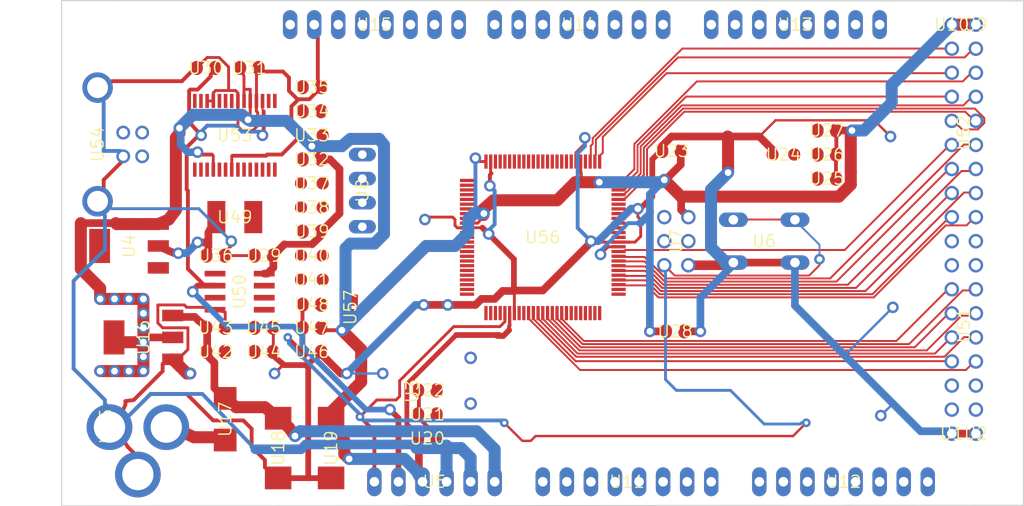
<source format=kicad_pcb>
(kicad_pcb (version 20221018) (generator pcbnew)
  (layers (0 "F.Cu" signal "Top") (31 "B.Cu" signal "Bottom") (34 "B.Paste" user) (35 "F.Paste" user) (36 "B.SilkS" user "B.Silkscreen") (37 "F.SilkS" user "F.Silkscreen") (38 "B.Mask" user) (39 "F.Mask" user) (44 "Edge.Cuts" user))
  (net 0 "")
  (net 1 "+5V")
  (net 2 "GND")
  (net 3 "N$6")
  (net 4 "N$7")
  (net 5 "AREF")
  (net 6 "RESET")
  (net 7 "VIN")
  (net 8 "N$3")
  (net 9 "PWRIN")
  (net 10 "M8RXD")
  (net 11 "M8TXD")
  (net 12 "ADC0")
  (net 13 "ADC2")
  (net 14 "ADC1")
  (net 15 "ADC3")
  (net 16 "ADC4")
  (net 17 "ADC5")
  (net 18 "ADC6")
  (net 19 "ADC7")
  (net 20 "+3V3")
  (net 21 "SDA")
  (net 22 "SCL")
  (net 23 "ADC9")
  (net 24 "ADC8")
  (net 25 "ADC10")
  (net 26 "ADC11")
  (net 27 "ADC12")
  (net 28 "ADC13")
  (net 29 "ADC14")
  (net 30 "ADC15")
  (net 31 "PB3")
  (net 32 "PB2")
  (net 33 "PB1")
  (net 34 "PB5")
  (net 35 "PB4")
  (net 36 "PE5")
  (net 37 "PE4")
  (net 38 "PE3")
  (net 39 "PE1")
  (net 40 "PE0")
  (net 41 "N$15")
  (net 42 "N$53")
  (net 43 "N$54")
  (net 44 "N$55")
  (net 45 "D-")
  (net 46 "D+")
  (net 47 "N$60")
  (net 48 "DTR")
  (net 49 "USBVCC")
  (net 50 "N$2")
  (net 51 "N$4")
  (net 52 "GATE_CMD")
  (net 53 "CMP")
  (net 54 "PB6")
  (net 55 "PH3")
  (net 56 "PH4")
  (net 57 "PH5")
  (net 58 "PH6")
  (net 59 "PG5")
  (net 60 "RXD1")
  (net 61 "TXD1")
  (net 62 "RXD2")
  (net 63 "RXD3")
  (net 64 "TXD2")
  (net 65 "TXD3")
  (net 66 "PC0")
  (net 67 "PC1")
  (net 68 "PC2")
  (net 69 "PC3")
  (net 70 "PC4")
  (net 71 "PC5")
  (net 72 "PC6")
  (net 73 "PC7")
  (net 74 "PB0")
  (net 75 "PG0")
  (net 76 "PG1")
  (net 77 "PG2")
  (net 78 "PD7")
  (net 79 "PA0")
  (net 80 "PA1")
  (net 81 "PA2")
  (net 82 "PA3")
  (net 83 "PA4")
  (net 84 "PA5")
  (net 85 "PA6")
  (net 86 "PA7")
  (net 87 "PL0")
  (net 88 "PL1")
  (net 89 "PL2")
  (net 90 "PL3")
  (net 91 "PL4")
  (net 92 "PL5")
  (net 93 "PL6")
  (net 94 "PL7")
  (net 95 "PB7")
  (net 96 "CTS")
  (net 97 "DSR")
  (net 98 "DCD")
  (net 99 "RI")
  (footprint "Arduino_MEGA_Reference_Design:2X03" (layer "F.Cu") (at 162.5981 103.7336 -90)
    (fp_text reference "U7")
    (fp_text value "")
  )
  (footprint "Arduino_MEGA_Reference_Design:1X08" (layer "F.Cu") (at 152.3111 80.8736 180)
    (fp_text reference "U14")
    (fp_text value "")
  )
  (footprint "Arduino_MEGA_Reference_Design:1X08" (layer "F.Cu") (at 130.7211 80.8736 180)
    (fp_text reference "U15")
    (fp_text value "")
  )
  (footprint "Arduino_MEGA_Reference_Design:SMC_D" (layer "F.Cu") (at 120.5611 125.5776 -90)
    (fp_text reference "U18")
    (fp_text value "")
  )
  (footprint "Arduino_MEGA_Reference_Design:SMC_D" (layer "F.Cu") (at 126.1491 125.5776 -90)
    (fp_text reference "U19")
    (fp_text value "")
  )
  (footprint "Arduino_MEGA_Reference_Design:B3F-10XX" (layer "F.Cu") (at 171.8691 103.7336 180)
    (fp_text reference "U6")
    (fp_text value "")
  )
  (footprint "Arduino_MEGA_Reference_Design:0805RND" (layer "F.Cu") (at 173.9011 94.5896 180)
    (fp_text reference "U24")
    (fp_text value "")
  )
  (footprint "Arduino_MEGA_Reference_Design:SMB" (layer "F.Cu") (at 114.9731 122.5296 -90)
    (fp_text reference "U17")
    (fp_text value "")
  )
  (footprint "Arduino_MEGA_Reference_Design:DC-21MM" (layer "F.Cu") (at 103.0351 123.2916 90)
    (fp_text reference "U55")
    (fp_text value "")
  )
  (footprint "Arduino_MEGA_Reference_Design:HC49_S" (layer "F.Cu") (at 140.8811 118.4656 90)
    (fp_text reference "U3")
    (fp_text value "")
  )
  (footprint "Arduino_MEGA_Reference_Design:SOT223" (layer "F.Cu") (at 106.3371 113.8936 90)
    (fp_text reference "U16")
    (fp_text value "")
  )
  (footprint "Arduino_MEGA_Reference_Design:1X06" (layer "F.Cu") (at 137.0711 129.1336)
    (fp_text reference "U5")
    (fp_text value "")
  )
  (footprint "Arduino_MEGA_Reference_Design:C0805RND" (layer "F.Cu") (at 124.1171 87.4776)
    (fp_text reference "U35")
    (fp_text value "")
  )
  (footprint "Arduino_MEGA_Reference_Design:C0805RND" (layer "F.Cu") (at 162.4711 113.2586)
    (fp_text reference "U28")
    (fp_text value "")
  )
  (footprint "Arduino_MEGA_Reference_Design:C0805RND" (layer "F.Cu") (at 136.3091 122.0216)
    (fp_text reference "U21")
    (fp_text value "")
  )
  (footprint "Arduino_MEGA_Reference_Design:C0805RND" (layer "F.Cu") (at 136.3091 119.4816)
    (fp_text reference "U22")
    (fp_text value "")
  )
  (footprint "Arduino_MEGA_Reference_Design:C0805RND" (layer "F.Cu") (at 113.9571 112.8776)
    (fp_text reference "U43")
    (fp_text value "")
  )
  (footprint "Arduino_MEGA_Reference_Design:RCL_0805RND" (layer "F.Cu") (at 124.1171 105.2576)
    (fp_text reference "U40")
    (fp_text value "")
  )
  (footprint "Arduino_MEGA_Reference_Design:RCL_0805RND" (layer "F.Cu") (at 124.1171 107.7976)
    (fp_text reference "U41")
    (fp_text value "")
  )
  (footprint "Arduino_MEGA_Reference_Design:1X08" (layer "F.Cu") (at 157.3911 129.1336)
    (fp_text reference "U11")
    (fp_text value "")
  )
  (footprint "Arduino_MEGA_Reference_Design:1X08" (layer "F.Cu") (at 175.1711 80.8736 180)
    (fp_text reference "U13")
    (fp_text value "")
  )
  (footprint "Arduino_MEGA_Reference_Design:R0805RND" (layer "F.Cu") (at 178.4731 94.5896 180)
    (fp_text reference "U26")
    (fp_text value "")
  )
  (footprint "Arduino_MEGA_Reference_Design:R0805RND" (layer "F.Cu") (at 178.4731 92.0496 180)
    (fp_text reference "U27")
    (fp_text value "")
  )
  (footprint "Arduino_MEGA_Reference_Design:TQFP100" (layer "F.Cu") (at 148.5011 103.3272)
    (fp_text reference "U56")
    (fp_text value "")
  )
  (footprint "Arduino_MEGA_Reference_Design:C0805RND" (layer "F.Cu") (at 162.0901 94.2086 180)
    (fp_text reference "U23")
    (fp_text value "")
  )
  (footprint "Arduino_MEGA_Reference_Design:C0805RND" (layer "F.Cu") (at 136.3091 124.5616)
    (fp_text reference "U20")
    (fp_text value "")
  )
  (footprint "Arduino_MEGA_Reference_Design:1X08" (layer "F.Cu") (at 180.2511 129.1336)
    (fp_text reference "U12")
    (fp_text value "")
  )
  (footprint "Arduino_MEGA_Reference_Design:R0805RND" (layer "F.Cu") (at 124.1171 112.8776)
    (fp_text reference "U47")
    (fp_text value "")
  )
  (footprint "Arduino_MEGA_Reference_Design:C0805RND" (layer "F.Cu") (at 124.1171 115.4176)
    (fp_text reference "U46")
    (fp_text value "")
  )
  (footprint "Arduino_MEGA_Reference_Design:C0805RND" (layer "F.Cu") (at 113.9571 105.2576)
    (fp_text reference "U36")
    (fp_text value "")
  )
  (footprint "Arduino_MEGA_Reference_Design:C0805RND" (layer "F.Cu") (at 112.9411 85.4456)
    (fp_text reference "U30")
    (fp_text value "")
  )
  (footprint "Arduino_MEGA_Reference_Design:0805RND" (layer "F.Cu") (at 124.1171 100.1776 180)
    (fp_text reference "U38")
    (fp_text value "")
  )
  (footprint "Arduino_MEGA_Reference_Design:0805RND" (layer "F.Cu") (at 124.1171 97.6376 180)
    (fp_text reference "U37")
    (fp_text value "")
  )
  (footprint "Arduino_MEGA_Reference_Design:R0805RND" (layer "F.Cu") (at 124.1171 95.0976)
    (fp_text reference "U32")
    (fp_text value "")
  )
  (footprint "Arduino_MEGA_Reference_Design:R0805RND" (layer "F.Cu") (at 124.1171 102.7176)
    (fp_text reference "U39")
    (fp_text value "")
  )
  (footprint "Arduino_MEGA_Reference_Design:SSOP28" (layer "F.Cu") (at 115.9891 92.5576)
    (fp_text reference "U53")
    (fp_text value "")
  )
  (footprint "Arduino_MEGA_Reference_Design:PN61729" (layer "F.Cu") (at 98.9584 93.5228 -90)
    (fp_text reference "U54")
    (fp_text value "")
  )
  (footprint "Arduino_MEGA_Reference_Design:L1812" (layer "F.Cu") (at 115.9891 101.1936)
    (fp_text reference "U49")
    (fp_text value "")
  )
  (footprint "Arduino_MEGA_Reference_Design:C0805RND" (layer "F.Cu") (at 117.5131 85.4456)
    (fp_text reference "U31")
    (fp_text value "")
  )
  (footprint "Arduino_MEGA_Reference_Design:0805RND" (layer "F.Cu") (at 124.1171 92.5576 180)
    (fp_text reference "U33")
    (fp_text value "")
  )
  (footprint "Arduino_MEGA_Reference_Design:R0805RND" (layer "F.Cu") (at 124.1171 90.0176 180)
    (fp_text reference "U34")
    (fp_text value "")
  )
  (footprint "Arduino_MEGA_Reference_Design:C0805RND" (layer "F.Cu") (at 124.1171 110.4392 180)
    (fp_text reference "U48")
    (fp_text value "")
  )
  (footprint "Arduino_MEGA_Reference_Design:SOT223" (layer "F.Cu") (at 104.8131 104.2416 90)
    (fp_text reference "U4")
    (fp_text value "")
  )
  (footprint "Arduino_MEGA_Reference_Design:SO08" (layer "F.Cu") (at 116.4971 109.0676 -90)
    (fp_text reference "U50")
    (fp_text value "")
  )
  (footprint "Arduino_MEGA_Reference_Design:R0805RND" (layer "F.Cu") (at 113.9571 115.4176 180)
    (fp_text reference "U42")
    (fp_text value "")
  )
  (footprint "Arduino_MEGA_Reference_Design:R0805RND" (layer "F.Cu") (at 119.0371 112.8776 180)
    (fp_text reference "U45")
    (fp_text value "")
  )
  (footprint "Arduino_MEGA_Reference_Design:C0805RND" (layer "F.Cu") (at 119.0371 115.4176 180)
    (fp_text reference "U44")
    (fp_text value "")
  )
  (footprint "Arduino_MEGA_Reference_Design:C0805RND" (layer "F.Cu") (at 119.0371 105.2576)
    (fp_text reference "U29")
    (fp_text value "")
  )
  (footprint "Arduino_MEGA_Reference_Design:2X08" (layer "F.Cu") (at 192.9511 92.3036 90)
    (fp_text reference "U52")
    (fp_text value "")
  )
  (footprint "Arduino_MEGA_Reference_Design:2X08" (layer "F.Cu") (at 192.9511 112.6236 90)
    (fp_text reference "U51")
    (fp_text value "")
  )
  (footprint "Arduino_MEGA_Reference_Design:R0805RND" (layer "F.Cu") (at 178.4731 97.1296 180)
    (fp_text reference "U25")
    (fp_text value "")
  )
  (footprint "Arduino_MEGA_Reference_Design:1X01" (layer "F.Cu") (at 191.6811 80.8736)
    (fp_text reference "U10")
    (fp_text value "")
  )
  (footprint "Arduino_MEGA_Reference_Design:1X01" (layer "F.Cu") (at 194.2211 80.8736)
    (fp_text reference "U9")
    (fp_text value "")
  )
  (footprint "Arduino_MEGA_Reference_Design:1X01" (layer "F.Cu") (at 191.6811 124.0536)
    (fp_text reference "U1")
    (fp_text value "")
  )
  (footprint "Arduino_MEGA_Reference_Design:1X01" (layer "F.Cu") (at 194.2211 124.0536)
    (fp_text reference "U2")
    (fp_text value "")
  )
  (footprint "Arduino_MEGA_Reference_Design:SJ" (layer "F.Cu") (at 128.1811 110.7186 -90)
    (fp_text reference "U57")
    (fp_text value "")
  )
  (footprint "Arduino_MEGA_Reference_Design:JP4" (layer "F.Cu") (at 129.4511 98.3996 -90)
    (fp_text reference "U8")
    (fp_text value "")
  )
  (gr_line (start 199.25 131.62) (end 97.7011 131.6736) (layer "Edge.Cuts") (width 0.12))
  (gr_line (start 97.7011 131.6736) (end 97.7011 78.3336) (layer "Edge.Cuts") (width 0.12))
  (gr_line (start 199.25 78.36) (end 199.25 131.62) (layer "Edge.Cuts") (width 0.12))
  (gr_line (start 97.7011 78.3336) (end 199.25 78.36) (layer "Edge.Cuts") (width 0.12))
  (segment (start 144.9451 112.7506) (end 145.0011 112.5676) (width 0.4064) (layer "F.Cu") (net 1))
  (segment (start 106.3371 112.8776) (end 106.3371 111.3536) (width 1.27) (layer "F.Cu") (net 1))
  (segment (start 101.2571 108.1786) (end 101.2571 108.3056) (width 0.508) (layer "F.Cu") (net 1))
  (segment (start 152.4889 95.4024) (end 152.5133 95.378) (width 0.254) (layer "F.Cu") (net 1))
  (segment (start 179.4501 92.0496) (end 179.3621 92.0496) (width 0.4064) (layer "F.Cu") (net 1))
  (segment (start 135.3321 124.5616) (end 135.0391 123.9266) (width 0.508) (layer "F.Cu") (net 1))
  (segment (start 134.1501 118.8466) (end 139.3571 113.6396) (width 0.508) (layer "F.Cu") (net 1))
  (segment (start 126.1491 122.4276) (end 127.5461 124.8156) (width 1.27) (layer "F.Cu") (net 1))
  (segment (start 127.2921 113.1316) (end 129.3241 115.1636) (width 1.27) (layer "F.Cu") (net 1))
  (segment (start 103.7461 114.4016) (end 103.2381 113.8936) (width 1.27) (layer "F.Cu") (net 1))
  (segment (start 116.9543 86.36) (end 116.8781 86.0806) (width 0.3048) (layer "F.Cu") (net 1))
  (segment (start 161.3281 97.2566) (end 163.1061 99.0346) (width 1.27) (layer "F.Cu") (net 1))
  (segment (start 101.7651 109.8296) (end 103.2891 109.8296) (width 1.27) (layer "F.Cu") (net 1))
  (segment (start 141.3891 94.9706) (end 141.8727 95.3272) (width 0.3048) (layer "F.Cu") (net 1))
  (segment (start 155.3591 104.3686) (end 155.4005 104.3272) (width 0.254) (layer "F.Cu") (net 1))
  (segment (start 159.8041 113.2586) (end 161.4941 113.2586) (width 0.8128) (layer "F.Cu") (net 1))
  (segment (start 105.3211 101.9302) (end 107.9119 101.9302) (width 1.27) (layer "F.Cu") (net 1))
  (segment (start 139.3571 113.6396) (end 143.9291 113.6396) (width 0.6096) (layer "F.Cu") (net 1))
  (segment (start 152.5143 96.52) (end 152.5143 96.266) (width 0.3048) (layer "F.Cu") (net 1))
  (segment (start 112.0521 94.3356) (end 112.3061 94.5896) (width 0.4064) (layer "F.Cu") (net 1))
  (segment (start 99.7331 101.8286) (end 103.4161 101.8286) (width 0.8128) (layer "F.Cu") (net 1))
  (segment (start 124.1425 104.0638) (end 121.2215 104.0638) (width 0.7112) (layer "F.Cu") (net 1))
  (segment (start 125.0061 103.2256) (end 124.1425 104.0638) (width 0.8128) (layer "F.Cu") (net 1))
  (segment (start 151.9301 97.5106) (end 154.4701 97.5106) (width 1.27) (layer "F.Cu") (net 1))
  (segment (start 120.0531 105.2576) (end 120.0141 105.2576) (width 0.8128) (layer "F.Cu") (net 1))
  (segment (start 152.5133 95.378) (end 152.5011 95.3272) (width 0.254) (layer "F.Cu") (net 1))
  (segment (start 124.1171 93.7006) (end 124.7521 94.4626) (width 0.8128) (layer "F.Cu") (net 1))
  (segment (start 117.6141 88.9326) (end 117.6147 87.7062) (width 0.3048) (layer "F.Cu") (net 1))
  (segment (start 103.2891 109.8296) (end 104.8131 109.8296) (width 1.27) (layer "F.Cu") (net 1))
  (segment (start 126.1491 121.7676) (end 126.1491 122.4276) (width 1.27) (layer "F.Cu") (net 1))
  (segment (start 127.5461 126.2126) (end 128.0541 126.7206) (width 1.27) (layer "F.Cu") (net 1))
  (segment (start 127.0381 96.1136) (end 127.0381 100.8126) (width 0.8128) (layer "F.Cu") (net 1))
  (segment (start 163.1061 100.4316) (end 163.8681 101.1936) (width 0.8128) (layer "F.Cu") (net 1))
  (segment (start 113.5761 94.5896) (end 113.7141 94.7276) (width 0.3048) (layer "F.Cu") (net 1))
  (segment (start 106.3371 109.8296) (end 104.8131 109.8296) (width 1.27) (layer "F.Cu") (net 1))
  (segment (start 143.2941 99.4156) (end 150.0251 99.4156) (width 1.27) (layer "F.Cu") (net 1))
  (segment (start 121.2215 104.0638) (end 120.0531 105.2576) (width 0.8128) (layer "F.Cu") (net 1))
  (segment (start 142.1511 101.1936) (end 141.6445 101.8272) (width 0.3048) (layer "F.Cu") (net 1))
  (segment (start 99.7331 106.6546) (end 99.7331 101.8286) (width 1.27) (layer "F.Cu") (net 1))
  (segment (start 109.7661 92.8116) (end 110.1471 92.3036) (width 1.27) (layer "F.Cu") (net 1))
  (segment (start 101.7651 108.6866) (end 101.7651 109.8296) (width 1.27) (layer "F.Cu") (net 1))
  (segment (start 127.2921 113.1316) (end 125.3871 113.1316) (width 0.4064) (layer "F.Cu") (net 1))
  (segment (start 120.0531 105.2576) (end 120.0531 106.5276) (width 0.8128) (layer "F.Cu") (net 1))
  (segment (start 142.2471 100.9706) (end 142.2471 100.3356) (width 1.27) (layer "F.Cu") (net 1))
  (segment (start 179.3621 94.5896) (end 179.4501 94.5896) (width 0.4064) (layer "F.Cu") (net 1))
  (segment (start 120.0531 106.5276) (end 119.4181 107.1626) (width 0.8128) (layer "F.Cu") (net 1))
  (segment (start 125.0941 102.6786) (end 125.0061 102.5906) (width 0.8128) (layer "F.Cu") (net 1))
  (segment (start 179.4891 94.4626) (end 179.3621 94.5896) (width 0.4064) (layer "F.Cu") (net 1))
  (segment (start 103.4161 101.8286) (end 103.5177 101.9302) (width 1.27) (layer "F.Cu") (net 1))
  (segment (start 163.0671 95.6446) (end 163.0671 94.2086) (width 0.8128) (layer "F.Cu") (net 1))
  (segment (start 142.2781 100.8126) (end 142.1511 101.1936) (width 0.4064) (layer "F.Cu") (net 1))
  (segment (start 163.1061 99.0346) (end 163.1061 100.4316) (width 0.8128) (layer "F.Cu") (net 1))
  (segment (start 141.8727 95.3272) (end 142.5011 95.3272) (width 0.3048) (layer "F.Cu") (net 1))
  (segment (start 113.7141 94.7276) (end 113.7141 96.1826) (width 0.3048) (layer "F.Cu") (net 1))
  (segment (start 129.3241 115.1636) (end 129.3241 118.5926) (width 1.27) (layer "F.Cu") (net 1))
  (segment (start 106.3371 115.9256) (end 106.3371 114.4016) (width 1.27) (layer "F.Cu") (net 1))
  (segment (start 143.7005 113.7412) (end 144.3355 113.7412) (width 0.6096) (layer "F.Cu") (net 1))
  (segment (start 179.4501 94.5896) (end 179.4891 94.5896) (width 0.4064) (layer "F.Cu") (net 1))
  (segment (start 127.0381 100.8126) (end 125.1331 102.7176) (width 0.8128) (layer "F.Cu") (net 1))
  (segment (start 106.9721 113.8936) (end 109.4359 113.8936) (width 0.8128) (layer "F.Cu") (net 1))
  (segment (start 135.8011 129.1336) (end 135.4201 127.7366) (width 0.8128) (layer "F.Cu") (net 1))
  (segment (start 125.1331 102.7176) (end 125.0941 102.6786) (width 0.8128) (layer "F.Cu") (net 1))
  (segment (start 181.0131 96.3676) (end 181.0131 96.4946) (width 0.8128) (layer "F.Cu") (net 1))
  (segment (start 144.9451 113.1316) (end 144.9451 112.7506) (width 0.4064) (layer "F.Cu") (net 1))
  (segment (start 125.1331 102.7176) (end 125.0941 102.7176) (width 0.8128) (layer "F.Cu") (net 1))
  (segment (start 124.7521 94.4626) (end 125.0941 95.0976) (width 0.8128) (layer "F.Cu") (net 1))
  (segment (start 125.0061 102.5906) (end 125.0061 103.2256) (width 0.8128) (layer "F.Cu") (net 1))
  (segment (start 135.0391 123.9266) (end 134.1501 123.0376) (width 0.508) (layer "F.Cu") (net 1))
  (segment (start 181.0131 97.7646) (end 181.0131 96.3676) (width 1.27) (layer "F.Cu") (net 1))
  (segment (start 109.7661 100.4316) (end 109.7661 92.8116) (width 1.27) (layer "F.Cu") (net 1))
  (segment (start 155.4005 104.3272) (end 156.5011 104.3272) (width 0.3048) (layer "F.Cu") (net 1))
  (segment (start 126.0221 95.0976) (end 127.0381 96.1136) (width 0.8128) (layer "F.Cu") (net 1))
  (segment (start 106.3371 117.4496) (end 104.8131 117.4496) (width 1.27) (layer "F.Cu") (net 1))
  (segment (start 152.5143 96.266) (end 152.5143 95.4278) (width 0.254) (layer "F.Cu") (net 1))
  (segment (start 127.5461 124.8156) (end 127.5461 126.2126) (width 1.27) (layer "F.Cu") (net 1))
  (segment (start 119.4181 107.1626) (end 119.0971 107.1626) (width 0.8128) (layer "F.Cu") (net 1))
  (segment (start 125.1331 112.8776) (end 125.0941 112.8776) (width 0.4064) (layer "F.Cu") (net 1))
  (segment (start 143.9291 113.6396) (end 143.8529 113.7158) (width 0.2032) (layer "F.Cu") (net 1))
  (segment (start 117.6147 87.7062) (end 116.9543 87.7062) (width 0.3048) (layer "F.Cu") (net 1))
  (segment (start 107.9119 101.9302) (end 109.0041 101.4476) (width 1.27) (layer "F.Cu") (net 1))
  (segment (start 135.4201 127.7366) (end 135.4201 125.1966) (width 0.8128) (layer "F.Cu") (net 1))
  (segment (start 179.4501 94.6286) (end 179.4501 97.1296) (width 0.4064) (layer "F.Cu") (net 1))
  (segment (start 150.0251 99.4156) (end 151.9301 97.5106) (width 1.27) (layer "F.Cu") (net 1))
  (segment (start 179.4891 94.5896) (end 179.4501 94.6286) (width 0.4064) (layer "F.Cu") (net 1))
  (segment (start 125.3871 113.1316) (end 125.1331 112.8776) (width 0.4064) (layer "F.Cu") (net 1))
  (segment (start 143.8529 113.7158) (end 143.7005 113.7412) (width 0.2032) (layer "F.Cu") (net 1))
  (segment (start 106.3371 112.8776) (end 106.3371 114.4016) (width 1.27) (layer "F.Cu") (net 1))
  (segment (start 117.6147 89.7636) (end 117.6141 88.9326) (width 0.3048) (layer "F.Cu") (net 1))
  (segment (start 117.3861 90.9066) (end 117.6147 90.3986) (width 0.3048) (layer "F.Cu") (net 1))
  (segment (start 144.3355 113.7412) (end 144.9451 113.1316) (width 0.6096) (layer "F.Cu") (net 1))
  (segment (start 152.5651 96.5708) (end 152.5143 96.52) (width 0.3048) (layer "F.Cu") (net 1))
  (segment (start 106.3371 114.4016) (end 103.7461 114.4016) (width 1.27) (layer "F.Cu") (net 1))
  (segment (start 106.3371 109.8296) (end 106.3371 111.3536) (width 1.27) (layer "F.Cu") (net 1))
  (segment (start 181.1401 92.0496) (end 179.4501 92.0496) (width 0.8128) (layer "F.Cu") (net 1))
  (segment (start 109.0041 101.4476) (end 109.7661 100.4316) (width 1.27) (layer "F.Cu") (net 1))
  (segment (start 99.7331 106.6546) (end 101.2571 108.1786) (width 1.27) (layer "F.Cu") (net 1))
  (segment (start 110.1471 92.3036) (end 110.1471 91.7956) (width 1.27) (layer "F.Cu") (net 1))
  (segment (start 163.1061 99.0346) (end 179.7431 99.0346) (width 1.27) (layer "F.Cu") (net 1))
  (segment (start 116.9543 87.6554) (end 116.9543 86.36) (width 0.3048) (layer "F.Cu") (net 1))
  (segment (start 101.2571 108.1786) (end 101.7651 108.6866) (width 1.27) (layer "F.Cu") (net 1))
  (segment (start 129.3241 118.5926) (end 126.1491 121.7676) (width 1.27) (layer "F.Cu") (net 1))
  (segment (start 145.0011 112.5676) (end 145.0011 111.3272) (width 0.3556) (layer "F.Cu") (net 1))
  (segment (start 106.3371 115.9256) (end 106.3371 117.4496) (width 1.27) (layer "F.Cu") (net 1))
  (segment (start 179.4891 92.1766) (end 179.4891 94.4626) (width 0.4064) (layer "F.Cu") (net 1))
  (segment (start 191.6811 80.8736) (end 194.2211 80.8736) (width 1.27) (layer "F.Cu") (net 1))
  (segment (start 181.0131 96.3676) (end 181.0131 92.1766) (width 1.27) (layer "F.Cu") (net 1))
  (segment (start 153.0731 97.5106) (end 152.5651 97.0026) (width 0.4064) (layer "F.Cu") (net 1))
  (segment (start 116.8781 86.0806) (end 116.5361 85.4456) (width 0.3048) (layer "F.Cu") (net 1))
  (segment (start 101.7651 117.4496) (end 103.2891 117.4496) (width 1.27) (layer "F.Cu") (net 1))
  (segment (start 161.4551 97.2566) (end 163.0671 95.6446) (width 0.8128) (layer "F.Cu") (net 1))
  (segment (start 134.1501 123.0376) (end 134.1501 118.8466) (width 0.508) (layer "F.Cu") (net 1))
  (segment (start 104.8131 117.4496) (end 103.2891 117.4496) (width 1.27) (layer "F.Cu") (net 1))
  (segment (start 152.5143 95.4278) (end 152.4889 95.4024) (width 0.254) (layer "F.Cu") (net 1))
  (segment (start 154.4701 97.5106) (end 153.0731 97.5106) (width 0.4064) (layer "F.Cu") (net 1))
  (segment (start 154.5971 105.1306) (end 155.3591 104.3686) (width 0.3048) (layer "F.Cu") (net 1))
  (segment (start 112.3061 94.5896) (end 113.5761 94.5896) (width 0.4064) (layer "F.Cu") (net 1))
  (segment (start 152.5651 97.0026) (end 152.5651 96.5708) (width 0.3048) (layer "F.Cu") (net 1))
  (segment (start 142.1511 101.1936) (end 142.2471 100.9706) (width 0.4064) (layer "F.Cu") (net 1))
  (segment (start 142.2471 100.3356) (end 143.2941 99.4156) (width 1.27) (layer "F.Cu") (net 1))
  (segment (start 141.6445 101.8272) (end 140.5011 101.8272) (width 0.3048) (layer "F.Cu") (net 1))
  (segment (start 125.0941 95.0976) (end 126.0221 95.0976) (width 0.8128) (layer "F.Cu") (net 1))
  (segment (start 161.3281 97.2566) (end 161.4551 97.2566) (width 0.8128) (layer "F.Cu") (net 1))
  (segment (start 179.3621 92.0496) (end 179.4891 92.1766) (width 0.4064) (layer "F.Cu") (net 1))
  (segment (start 181.0131 92.1766) (end 181.1401 92.0496) (width 0.8128) (layer "F.Cu") (net 1))
  (segment (start 125.0941 102.6786) (end 125.0941 102.7176) (width 0.8128) (layer "F.Cu") (net 1))
  (segment (start 116.9641 88.9326) (end 116.9543 87.6554) (width 0.3048) (layer "F.Cu") (net 1))
  (segment (start 135.4201 125.1966) (end 135.3321 124.5616) (width 0.8128) (layer "F.Cu") (net 1))
  (segment (start 179.7431 99.0346) (end 181.0131 97.7646) (width 1.27) (layer "F.Cu") (net 1))
  (segment (start 116.9543 87.7062) (end 116.9641 88.9326) (width 0.3048) (layer "F.Cu") (net 1))
  (segment (start 103.5177 101.9302) (end 105.3211 101.9302) (width 1.27) (layer "F.Cu") (net 1))
  (segment (start 117.6147 90.3986) (end 117.6147 89.7636) (width 0.3048) (layer "F.Cu") (net 1))
  (segment (start 127.2921 113.1316) (end 136.1821 104.2416) (width 1.27) (layer "B.Cu") (net 1))
  (segment (start 131.7371 93.5736) (end 131.7371 102.9716) (width 1.27) (layer "B.Cu") (net 1))
  (segment (start 161.3281 97.2566) (end 159.8041 98.7806) (width 0.8128) (layer "B.Cu") (net 1))
  (segment (start 159.8041 100.5586) (end 159.8041 100.8126) (width 0.8128) (layer "B.Cu") (net 1))
  (segment (start 154.7241 104.6226) (end 154.7241 105.0036) (width 0.4064) (layer "B.Cu") (net 1))
  (segment (start 159.8041 100.5586) (end 159.8041 113.2586) (width 0.8128) (layer "B.Cu") (net 1))
  (segment (start 158.7881 101.8286) (end 157.5181 101.8286) (width 0.4064) (layer "B.Cu") (net 1))
  (segment (start 110.4011 91.6686) (end 110.2741 91.7956) (width 0.8128) (layer "B.Cu") (net 1))
  (segment (start 159.8041 98.7806) (end 159.8041 100.5586) (width 0.8128) (layer "B.Cu") (net 1))
  (segment (start 128.0541 126.7206) (end 133.8961 126.7206) (width 1.27) (layer "B.Cu") (net 1))
  (segment (start 161.0741 97.5106) (end 161.3281 97.2566) (width 0.6096) (layer "B.Cu") (net 1))
  (segment (start 154.4701 97.5106) (end 161.0741 97.5106) (width 1.27) (layer "B.Cu") (net 1))
  (segment (start 117.6401 91.0336) (end 121.4501 91.0336) (width 1.27) (layer "B.Cu") (net 1))
  (segment (start 139.2301 104.2416) (end 140.6271 102.8446) (width 1.27) (layer "B.Cu") (net 1))
  (segment (start 142.2781 100.9396) (end 141.3891 100.0506) (width 0.4064) (layer "B.Cu") (net 1))
  (segment (start 127.6731 104.4956) (end 127.6731 112.6236) (width 1.27) (layer "B.Cu") (net 1))
  (segment (start 154.7241 105.0036) (end 154.5971 105.1306) (width 0.4064) (layer "B.Cu") (net 1))
  (segment (start 111.5441 90.3986) (end 116.7511 90.3986) (width 1.27) (layer "B.Cu") (net 1))
  (segment (start 135.1661 127.9906) (end 135.8011 129.1336) (width 1.27) (layer "B.Cu") (net 1))
  (segment (start 128.1811 92.9386) (end 131.2291 92.9386) (width 1.27) (layer "B.Cu") (net 1))
  (segment (start 131.2291 92.9386) (end 131.7371 93.5736) (width 1.27) (layer "B.Cu") (net 1))
  (segment (start 110.2741 93.5736) (end 111.0361 94.3356) (width 0.8128) (layer "B.Cu") (net 1))
  (segment (start 159.8041 100.8126) (end 158.7881 101.8286) (width 0.8128) (layer "B.Cu") (net 1))
  (segment (start 127.6731 112.6236) (end 127.2921 113.0046) (width 0.8128) (layer "B.Cu") (net 1))
  (segment (start 130.7211 103.9876) (end 128.1811 103.9876) (width 1.27) (layer "B.Cu") (net 1))
  (segment (start 185.3311 87.2236) (end 191.6811 80.8736) (width 1.27) (layer "B.Cu") (net 1))
  (segment (start 131.7371 102.9716) (end 130.7211 103.9876) (width 1.27) (layer "B.Cu") (net 1))
  (segment (start 140.6271 101.4476) (end 141.2621 100.8126) (width 1.27) (layer "B.Cu") (net 1))
  (segment (start 157.5181 101.8286) (end 154.7241 104.6226) (width 0.4064) (layer "B.Cu") (net 1))
  (segment (start 116.7511 90.3986) (end 117.3861 90.9066) (width 1.27) (layer "B.Cu") (net 1))
  (segment (start 142.2781 100.8126) (end 142.2781 100.9396) (width 0.4064) (layer "B.Cu") (net 1))
  (segment (start 181.1401 92.0496) (end 182.4101 92.0496) (width 1.27) (layer "B.Cu") (net 1))
  (segment (start 111.0361 94.3356) (end 112.0521 94.3356) (width 0.8128) (layer "B.Cu") (net 1))
  (segment (start 127.2921 93.7006) (end 128.1811 92.9386) (width 1.27) (layer "B.Cu") (net 1))
  (segment (start 141.3891 100.0506) (end 141.3891 94.9706) (width 0.4064) (layer "B.Cu") (net 1))
  (segment (start 110.2741 91.7956) (end 110.2741 93.5736) (width 0.8128) (layer "B.Cu") (net 1))
  (segment (start 128.1811 103.9876) (end 127.6731 104.4956) (width 1.27) (layer "B.Cu") (net 1))
  (segment (start 182.4101 92.0496) (end 185.3311 89.1286) (width 1.27) (layer "B.Cu") (net 1))
  (segment (start 117.3861 90.9066) (end 117.6401 91.0336) (width 1.27) (layer "B.Cu") (net 1))
  (segment (start 110.1471 91.7956) (end 111.5441 90.3986) (width 1.27) (layer "B.Cu") (net 1))
  (segment (start 141.2621 100.8126) (end 142.2781 100.8126) (width 1.27) (layer "B.Cu") (net 1))
  (segment (start 110.1471 91.7956) (end 110.4011 91.6686) (width 0.8128) (layer "B.Cu") (net 1))
  (segment (start 185.3311 89.1286) (end 185.3311 87.2236) (width 1.27) (layer "B.Cu") (net 1))
  (segment (start 140.6271 102.8446) (end 140.6271 101.4476) (width 1.27) (layer "B.Cu") (net 1))
  (segment (start 124.1171 93.7006) (end 127.2921 93.7006) (width 1.27) (layer "B.Cu") (net 1))
  (segment (start 136.1821 104.2416) (end 139.2301 104.2416) (width 1.27) (layer "B.Cu") (net 1))
  (segment (start 121.4501 91.0336) (end 124.1171 93.7006) (width 1.27) (layer "B.Cu") (net 1))
  (segment (start 127.2921 113.0046) (end 127.2921 113.1316) (width 0.8128) (layer "B.Cu") (net 1))
  (segment (start 133.8961 126.7206) (end 135.1661 127.9906) (width 1.27) (layer "B.Cu") (net 1))
  (via (at 106.3371 115.9256) (size 1.2192) (drill 0.7112) (layers "F.Cu" "B.Cu") (net 1))
  (via (at 104.8131 109.8296) (size 1.2192) (drill 0.7112) (layers "F.Cu" "B.Cu") (net 1))
  (via (at 106.3371 109.8296) (size 1.2192) (drill 0.7112) (layers "F.Cu" "B.Cu") (net 1))
  (via (at 159.8041 113.2586) (size 1.2192) (drill 0.7112) (layers "F.Cu" "B.Cu") (net 1))
  (via (at 101.7651 117.4496) (size 1.2192) (drill 0.7112) (layers "F.Cu" "B.Cu") (net 1))
  (via (at 127.2921 113.1316) (size 1.2192) (drill 0.7112) (layers "F.Cu" "B.Cu") (net 1))
  (via (at 142.2781 100.8126) (size 1.2192) (drill 0.7112) (layers "F.Cu" "B.Cu") (net 1))
  (via (at 106.3371 114.4016) (size 1.2192) (drill 0.7112) (layers "F.Cu" "B.Cu") (net 1))
  (via (at 106.3371 111.3536) (size 1.2192) (drill 0.7112) (layers "F.Cu" "B.Cu") (net 1))
  (via (at 103.2891 117.4496) (size 1.2192) (drill 0.7112) (layers "F.Cu" "B.Cu") (net 1))
  (via (at 110.1471 91.7956) (size 1.2192) (drill 0.7112) (layers "F.Cu" "B.Cu") (net 1))
  (via (at 154.4701 97.5106) (size 1.2192) (drill 0.7112) (layers "F.Cu" "B.Cu") (net 1))
  (via (at 181.1401 92.0496) (size 1.2192) (drill 0.7112) (layers "F.Cu" "B.Cu") (net 1))
  (via (at 117.3861 90.9066) (size 1.2192) (drill 0.7112) (layers "F.Cu" "B.Cu") (net 1))
  (via (at 124.1171 93.7006) (size 1.2192) (drill 0.7112) (layers "F.Cu" "B.Cu") (net 1))
  (via (at 104.8131 117.4496) (size 1.2192) (drill 0.7112) (layers "F.Cu" "B.Cu") (net 1))
  (via (at 106.3371 117.4496) (size 1.2192) (drill 0.7112) (layers "F.Cu" "B.Cu") (net 1))
  (via (at 161.3281 97.2566) (size 1.2192) (drill 0.7112) (layers "F.Cu" "B.Cu") (net 1))
  (via (at 141.3891 94.9706) (size 1.2192) (drill 0.7112) (layers "F.Cu" "B.Cu") (net 1))
  (via (at 106.3371 112.8776) (size 1.2192) (drill 0.7112) (layers "F.Cu" "B.Cu") (net 1))
  (via (at 103.2891 109.8296) (size 1.2192) (drill 0.7112) (layers "F.Cu" "B.Cu") (net 1))
  (via (at 128.0541 126.7206) (size 1.2192) (drill 0.7112) (layers "F.Cu" "B.Cu") (net 1))
  (via (at 101.7651 109.8296) (size 1.2192) (drill 0.7112) (layers "F.Cu" "B.Cu") (net 1))
  (via (at 154.5971 105.1306) (size 1.2192) (drill 0.7112) (layers "F.Cu" "B.Cu") (net 1))
  (via (at 112.0521 94.3356) (size 1.2192) (drill 0.7112) (layers "F.Cu" "B.Cu") (net 1))
  (segment (start 137.2861 124.5616) (end 136.9441 123.9266) (width 0.3048) (layer "F.Cu") (net 2))
  (segment (start 103.3907 123.3678) (end 103.4923 123.3678) (width 0.4064) (layer "F.Cu") (net 2))
  (segment (start 135.4201 120.1166) (end 135.3321 119.4816) (width 0.3048) (layer "F.Cu") (net 2))
  (segment (start 113.7141 88.9326) (end 113.0641 88.9326) (width 0.3048) (layer "F.Cu") (net 2))
  (segment (start 122.6566 88.8111) (end 121.7041 87.8586) (width 0.4064) (layer "F.Cu") (net 2))
  (segment (start 137.5791 125.1966) (end 137.2861 124.5616) (width 0.4064) (layer "F.Cu") (net 2))
  (segment (start 112.541482 84.868218) (end 111.9641 85.4456) (width 0.3048) (layer "F.Cu") (net 2))
  (segment (start 145.5011 108.9886) (end 145.5011 111.3272) (width 0.3048) (layer "F.Cu") (net 2))
  (segment (start 168.3131 106.2736) (end 163.8681 106.2736) (width 1.016) (layer "F.Cu") (net 2))
  (segment (start 158.7881 100.3046) (end 160.0581 99.0346) (width 0.6096) (layer "F.Cu") (net 2))
  (segment (start 123.4821 116.8146) (end 121.1961 116.8146) (width 0.6096) (layer "F.Cu") (net 2))
  (segment (start 142.0495 102.3112) (end 142.0241 102.3366) (width 0.3048) (layer "F.Cu") (net 2))
  (segment (start 113.7141 88.0833) (end 113.7141 88.9326) (width 0.3048) (layer "F.Cu") (net 2))
  (segment (start 121.9581 91.4146) (end 121.9581 89.5096) (width 0.4064) (layer "F.Cu") (net 2))
  (segment (start 116.3193 91.6178) (end 116.3193 89.0778) (width 0.3048) (layer "F.Cu") (net 2))
  (segment (start 103.5431 123.4186) (end 107.0991 119.8626) (width 0.4064) (layer "F.Cu") (net 2))
  (segment (start 104.6861 125.4506) (end 103.3907 123.3678) (width 0.4064) (layer "F.Cu") (net 2))
  (segment (start 158.5341 100.3046) (end 158.7881 100.3046) (width 0.6096) (layer "F.Cu") (net 2))
  (segment (start 116.8781 122.6566) (end 117.7671 123.5456) (width 0.4064) (layer "F.Cu") (net 2))
  (segment (start 158.835701 101.468305) (end 158.5341 101.166704) (width 0.3048) (layer "F.Cu") (net 2))
  (segment (start 107.8611 110.4646) (end 110.6551 110.4646) (width 0.3048) (layer "F.Cu") (net 2))
  (segment (start 160.9471 94.2086) (end 161.0741 94.2086) (width 0.6096) (layer "F.Cu") (net 2))
  (segment (start 110.9091 110.7186) (end 112.8141 110.7186) (width 0.3048) (layer "F.Cu") (net 2))
  (segment (start 162.0901 92.6846) (end 168.0154 92.6846) (width 0.8128) (layer "F.Cu") (net 2))
  (segment (start 110.9345 117.7036) (end 109.4359 116.205) (width 1.27) (layer "F.Cu") (net 2))
  (segment (start 111.0361 115.1636) (end 111.0361 112.8776) (width 0.3048) (layer "F.Cu") (net 2))
  (segment (start 168.0154 92.6846) (end 171.3611 92.6846) (width 0.8128) (layer "F.Cu") (net 2))
  (segment (start 115.6081 104.2416) (end 115.2271 104.6226) (width 0.3048) (layer "F.Cu") (net 2))
  (segment (start 123.7361 117.0686) (end 123.4821 116.8146) (width 0.6096) (layer "F.Cu") (net 2))
  (segment (start 152.9461 92.8116) (end 152.9461 93.4466) (width 0.3048) (layer "F.Cu") (net 2))
  (segment (start 110.9091 119.8626) (end 113.7031 122.6566) (width 0.4064) (layer "F.Cu") (net 2))
  (segment (start 145.4531 108.9406) (end 148.5011 108.9406) (width 0.8128) (layer "F.Cu") (net 2))
  (segment (start 115.33089 87.83089) (end 113.96651 87.83089) (width 0.3048) (layer "F.Cu") (net 2))
  (segment (start 114.9731 111.2266) (end 114.9731 112.2426) (width 0.3048) (layer "F.Cu") (net 2))
  (segment (start 106.3879 128.3716) (end 105.3211 126.0856) (width 0.4064) (layer "F.Cu") (net 2))
  (segment (start 112.8141 110.7186) (end 113.8971 110.9726) (width 0.3048) (layer "F.Cu") (net 2))
  (segment (start 120.5611 128.7276) (end 121.9581 128.7526) (width 0.3048) (layer "F.Cu") (net 2))
  (segment (start 153.5811 103.7336) (end 153.7081 103.8606) (width 0.4064) (layer "F.Cu") (net 2))
  (segment (start 120.0141 115.4176) (end 120.0531 114.7826) (width 0.3048) (layer "F.Cu") (net 2))
  (segment (start 171.3611 92.6846) (end 172.7581 94.0816) (width 0.8128) (layer "F.Cu") (net 2))
  (segment (start 143.4211 109.8296) (end 144.2621 108.9886) (width 0.8128) (layer "F.Cu") (net 2))
  (segment (start 121.0691 85.8266) (end 119.0371 85.8266) (width 0.4064) (layer "F.Cu") (net 2))
  (segment (start 119.1641 127.6096) (end 120.5611 128.7276) (width 0.4064) (layer "F.Cu") (net 2))
  (segment (start 120.9421 94.5896) (end 122.9741 92.5576) (width 0.4064) (layer "F.Cu") (net 2))
  (segment (start 163.4481 113.2586) (end 165.1381 113.2586) (width 0.8128) (layer "F.Cu") (net 2))
  (segment (start 156.5195 103.8272) (end 156.5275 103.8352) (width 0.3048) (layer "F.Cu") (net 2))
  (segment (start 160.0581 95.0976) (end 160.9471 94.2086) (width 0.6096) (layer "F.Cu") (net 2))
  (segment (start 125.0941 87.4776) (end 124.7521 86.8426) (width 0.4064) (layer "F.Cu") (net 2))
  (segment (start 135.3321 122.0216) (end 135.4201 121.3866) (width 0.3048) (layer "F.Cu") (net 2))
  (segment (start 116.3193 89.0778) (end 116.3141 89.0726) (width 0.3048) (layer "F.Cu") (net 2))
  (segment (start 124.7521 128.7526) (end 126.1491 128.7276) (width 0.6096) (layer "F.Cu") (net 2))
  (segment (start 116.7511 92.0496) (end 116.3193 91.6178) (width 0.3048) (layer "F.Cu") (net 2))
  (segment (start 168.5925 105.9942) (end 168.3131 106.2736) (width 1.016) (layer "F.Cu") (net 2))
  (segment (start 168.0591 96.4946) (end 168.0591 92.7283) (width 1.27) (layer "F.Cu") (net 2))
  (segment (start 135.6741 122.6566) (end 135.3321 122.0216) (width 0.4064) (layer "F.Cu") (net 2))
  (segment (start 123.7361 128.7526) (end 124.7521 128.7526) (width 0.6096) (layer "F.Cu") (net 2))
  (segment (start 168.6179 105.9942) (end 168.5925 105.9942) (width 1.016) (layer "F.Cu") (net 2))
  (segment (start 139.2301 101.4476) (end 138.9761 101.1936) (width 0.3048) (layer "F.Cu") (net 2))
  (segment (start 109.5121 116.1796) (end 109.4861 116.1736) (width 0.3048) (layer "F.Cu") (net 2))
  (segment (start 168.0591 92.7283) (end 168.0154 92.6846) (width 1.27) (layer "F.Cu") (net 2))
  (segment (start 142.9131 97.8916) (end 142.9131 96.7486) (width 0.4064) (layer "F.Cu") (net 2))
  (segment (start 137.9601 127.7366) (end 138.3411 129.1336) (width 0.4064) (layer "F.Cu") (net 2))
  (segment (start 124.8791 115.6716) (end 125.0941 115.4176) (width 0.3048) (layer "F.Cu") (net 2))
  (segment (start 152.9461 93.4466) (end 152.0011 94.3916) (width 0.3048) (layer "F.Cu") (net 2))
  (segment (start 115.6641 96.1826) (end 115.6641 94.7876) (width 0.3048) (layer "F.Cu") (net 2))
  (segment (start 116.06169 87.83089) (end 115.33089 87.83089) (width 0.3048) (layer "F.Cu") (net 2))
  (segment (start 125.0941 115.4176) (end 125.0941 115.4566) (width 0.8128) (layer "F.Cu") (net 2))
  (segment (start 103.3907 123.3678) (end 104.4321 121.0056) (width 0.4064) (layer "F.Cu") (net 2))
  (segment (start 122.9741 92.5576) (end 122.5931 92.0496) (width 0.4064) (layer "F.Cu") (net 2))
  (segment (start 115.33089 85.340767) (end 114.333313 84.34319) (width 0.3048) (layer "F.Cu") (net 2))
  (segment (start 108.3691 116.6876) (end 109.4359 116.205) (width 0.3048) (layer "F.Cu") (net 2))
  (segment (start 142.0241 109.8296) (end 143.4211 109.8296) (width 0.8128) (layer "F.Cu") (net 2))
  (segment (start 145.4531 105.6386) (end 142.7861 102.9716) (width 0.6096) (layer "F.Cu") (net 2))
  (segment (start 142.0241 102.3112) (end 142.1003 102.3112) (width 0.3048) (layer "F.Cu") (net 2))
  (segment (start 142.0241 102.3366) (end 142.0241 102.3112) (width 0.3048) (layer "F.Cu") (net 2))
  (segment (start 139.4747 102.3272) (end 139.2301 102.0826) (width 0.3048) (layer "F.Cu") (net 2))
  (segment (start 136.9441 123.9266) (end 135.6741 122.6566) (width 0.4064) (layer "F.Cu") (net 2))
  (segment (start 161.0741 94.2086) (end 161.0741 93.7006) (width 0.8128) (layer "F.Cu") (net 2))
  (segment (start 115.6081 103.7336) (end 115.6081 104.2416) (width 0.3048) (layer "F.Cu") (net 2))
  (segment (start 103.9241 95.4786) (end 104.2211 94.8236) (width 0.4064) (layer "F.Cu") (net 2))
  (segment (start 123.8631 88.7476) (end 124.6251 87.9856) (width 0.4064) (layer "F.Cu") (net 2))
  (segment (start 110.5281 115.6716) (end 111.0361 115.1636) (width 0.3048) (layer "F.Cu") (net 2))
  (segment (start 122.6566 88.8111) (end 122.7201 88.7476) (width 0.3048) (layer "F.Cu") (net 2))
  (segment (start 104.4321 120.6246) (end 105.3211 120.4976) (width 0.4064) (layer "F.Cu") (net 2))
  (segment (start 109.4359 116.205) (end 109.5121 116.1796) (width 0.3048) (layer "F.Cu") (net 2))
  (segment (start 121.9581 128.7526) (end 123.7361 128.7526) (width 0.6096) (layer "F.Cu") (net 2))
  (segment (start 168.6179 105.9942) (end 175.1457 105.9942) (width 0.8128) (layer "F.Cu") (net 2))
  (segment (start 157.6197 103.8352) (end 158.23371 103.8352) (width 0.3048) (layer "F.Cu") (net 2))
  (segment (start 142.7861 102.9716) (end 142.1257 102.3112) (width 0.6096) (layer "F.Cu") (net 2))
  (segment (start 142.9131 96.7486) (end 143.0909 96.5708) (width 0.4064) (layer "F.Cu") (net 2))
  (segment (start 122.7201 88.7476) (end 123.8631 88.7476) (width 0.4064) (layer "F.Cu") (net 2))
  (segment (start 121.1961 116.8146) (end 120.3071 116.0526) (width 0.6096) (layer "F.Cu") (net 2))
  (segment (start 109.4359 116.205) (end 110.5281 115.6716) (width 0.3048) (layer "F.Cu") (net 2))
  (segment (start 139.2301 102.0826) (end 139.2301 101.4476) (width 0.3048) (layer "F.Cu") (net 2))
  (segment (start 137.9601 127.7366) (end 137.9601 125.5776) (width 0.4064) (layer "F.Cu") (net 2))
  (segment (start 110.4011 86.8426) (end 111.4171 85.8266) (width 0.4064) (layer "F.Cu") (net 2))
  (segment (start 153.5811 103.8606) (end 153.5811 103.7336) (width 0.6096) (layer "F.Cu") (net 2))
  (segment (start 111.4171 85.8266) (end 111.9641 85.4456) (width 0.3048) (layer "F.Cu") (net 2))
  (segment (start 115.7351 94.7166) (end 119.2911 94.7166) (width 0.4064) (layer "F.Cu") (net 2))
  (segment (start 158.5341 101.166704) (end 158.5341 100.3046) (width 0.3048) (layer "F.Cu") (net 2))
  (segment (start 104.4321 121.0056) (end 104.4321 120.6246) (width 0.4064) (layer "F.Cu") (net 2))
  (segment (start 118.2641 90.0066) (end 118.4021 90.1446) (width 0.3048) (layer "F.Cu") (net 2))
  (segment (start 185.2041 92.6846) (end 183.49409 90.97459) (width 0.25) (layer "F.Cu") (net 2))
  (segment (start 183.49409 90.97459) (end 173.07111 90.97459) (width 0.25) (layer "F.Cu") (net 2))
  (segment (start 117.7671 123.5456) (end 117.7671 125.4506) (width 0.4064) (layer "F.Cu") (net 2))
  (segment (start 153.7843 103.8352) (end 157.6197 103.8352) (width 0.3048) (layer "F.Cu") (net 2))
  (segment (start 116.3141 88.9326) (end 116.3141 88.0833) (width 0.3048) (layer "F.Cu") (net 2))
  (segment (start 140.5763 102.3112) (end 140.5603 102.3272) (width 0.3048) (layer "F.Cu") (net 2))
  (segment (start 111.0361 112.8776) (end 108.3691 112.8776) (width 0.3048) (layer "F.Cu") (net 2))
  (segment (start 153.7081 103.8606) (end 153.7589 103.8098) (width 0.4064) (layer "F.Cu") (net 2))
  (segment (start 173.07111 90.97459) (end 171.3611 92.6846) (width 0.25) (layer "F.Cu") (net 2))
  (segment (start 140.5603 102.3272) (end 140.5011 102.3272) (width 0.3048) (layer "F.Cu") (net 2))
  (segment (start 140.5011 102.3272) (end 139.4747 102.3272) (width 0.3048) (layer "F.Cu") (net 2))
  (segment (start 158.835701 103.233209) (end 158.835701 101.468305) (width 0.3048) (layer "F.Cu") (net 2))
  (segment (start 142.0241 102.3112) (end 140.5763 102.3112) (width 0.3048) (layer "F.Cu") (net 2))
  (segment (start 145.4531 108.9406) (end 145.4531 105.6386) (width 0.6096) (layer "F.Cu") (net 2))
  (segment (start 117.7671 125.4506) (end 119.1641 126.8476) (width 0.4064) (layer "F.Cu") (net 2))
  (segment (start 116.3141 88.0833) (end 116.06169 87.83089) (width 0.3048) (layer "F.Cu") (net 2))
  (segment (start 107.8611 112.3696) (end 107.8611 110.4646) (width 0.3048) (layer "F.Cu") (net 2))
  (segment (start 111.2901 117.7036) (end 110.9345 117.7036) (width 1.27) (layer "F.Cu") (net 2))
  (segment (start 120.0531 113.5126) (end 120.0141 112.8776) (width 0.3048) (layer "F.Cu") (net 2))
  (segment (start 108.3691 117.4496) (end 108.3691 116.6876) (width 0.4064) (layer "F.Cu") (net 2))
  (segment (start 114.9341 105.2576) (end 118.0601 105.2576) (width 0.3048) (layer "F.Cu") (net 2))
  (segment (start 191.6811 124.0536) (end 194.2211 124.0536) (width 0.8128) (layer "F.Cu") (net 2))
  (segment (start 175.1457 105.9942) (end 175.1203 105.9942) (width 0.8128) (layer "F.Cu") (net 2))
  (segment (start 124.7521 86.8426) (end 124.7521 82.2706) (width 0.4064) (layer "F.Cu") (net 2))
  (segment (start 145.5011 108.9886) (end 145.4531 108.9406) (width 0.3048) (layer "F.Cu") (net 2))
  (segment (start 119.1641 126.8476) (end 119.1641 127.6096) (width 0.4064) (layer "F.Cu") (net 2))
  (segment (start 121.0691 116.8146) (end 121.1961 116.8146) (width 0.3048) (layer "F.Cu") (net 2))
  (segment (start 121.9581 89.5096) (end 122.6566 88.8111) (width 0.4064) (layer "F.Cu") (net 2))
  (segment (start 113.06651 84.34319) (end 112.541482 84.868218) (width 0.3048) (layer "F.Cu") (net 2))
  (segment (start 101.5111 87.5736) (end 103.0351 86.8426) (width 0.4064) (layer "F.Cu") (net 2))
  (segment (start 114.333313 84.34319) (end 113.06651 84.34319) (width 0.3048) (layer "F.Cu") (net 2))
  (segment (start 144.2621 108.9886) (end 145.5011 108.9886) (width 0.8128) (layer "F.Cu") (net 2))
  (segment (start 123.7361 128.7526) (end 123.7361 117.0686) (width 0.6096) (layer "F.Cu") (net 2))
  (segment (start 118.2751 86.0806) (end 118.2751 88.2396) (width 0.3048) (layer "F.Cu") (net 2))
  (segment (start 175.1457 105.9942) (end 175.1711 106.0196) (width 0.8128) (layer "F.Cu") (net 2))
  (segment (start 116.3141 89.0726) (end 116.3141 88.9326) (width 0.3048) (layer "F.Cu") (net 2))
  (segment (start 119.2911 94.7166) (end 119.4181 94.5896) (width 0.4064) (layer "F.Cu") (net 2))
  (segment (start 118.2641 88.9326) (end 118.2641 90.0066) (width 0.3048) (layer "F.Cu") (net 2))
  (segment (start 135.4201 121.3866) (end 135.4201 120.1166) (width 0.4064) (layer "F.Cu") (net 2))
  (segment (start 113.7031 122.6566) (end 116.8781 122.6566) (width 0.4064) (layer "F.Cu") (net 2))
  (segment (start 137.9601 125.5776) (end 137.5791 125.1966) (width 0.4064) (layer "F.Cu") (net 2))
  (segment (start 152.0011 94.3916) (end 152.0011 95.3272) (width 0.3048) (layer "F.Cu") (net 2))
  (segment (start 127.1651 117.7036) (end 127.8001 117.7036) (width 0.8128) (layer "F.Cu") (net 2))
  (segment (start 121.7041 86.4616) (end 121.0691 85.8266) (width 0.4064) (layer "F.Cu") (net 2))
  (segment (start 113.8971 110.9726) (end 114.9731 111.2266) (width 0.3048) (layer "F.Cu") (net 2))
  (segment (start 135.9281 110.4646) (end 141.3891 110.4646) (width 0.8128) (layer "F.Cu") (net 2))
  (segment (start 115.6641 94.7876) (end 115.7351 94.7166) (width 0.3048) (layer "F.Cu") (net 2))
  (segment (start 161.0741 94.2086) (end 161.1131 94.2086) (width 0.8128) (layer "F.Cu") (net 2))
  (segment (start 172.7581 94.0816) (end 172.7581 94.5896) (width 0.8128) (layer "F.Cu") (net 2))
  (segment (start 119.4181 94.5896) (end 120.9421 94.5896) (width 0.4064) (layer "F.Cu") (net 2))
  (segment (start 153.7589 103.8098) (end 153.7843 103.8352) (width 0.3048) (layer "F.Cu") (net 2))
  (segment (start 118.4021 91.5416) (end 117.8941 92.0496) (width 0.3048) (layer "F.Cu") (net 2))
  (segment (start 138.9761 101.1936) (end 136.3091 101.1936) (width 0.3048) (layer "F.Cu") (net 2))
  (segment (start 142.1257 102.3112) (end 142.0495 102.3112) (width 0.3048) (layer "F.Cu") (net 2))
  (segment (start 142.9893 96.4692) (end 143.0011 95.3272) (width 0.3048) (layer "F.Cu") (net 2))
  (segment (start 141.3891 110.4646) (end 142.0241 109.8296) (width 0.8128) (layer "F.Cu") (net 2))
  (segment (start 125.0941 115.4566) (end 125.0061 115.5446) (width 0.8128) (layer "F.Cu") (net 2))
  (segment (start 115.33089 87.83089) (end 115.33089 85.340767) (width 0.3048) (layer "F.Cu") (net 2))
  (segment (start 119.0371 85.8266) (end 118.4901 85.4456) (width 0.3048) (layer "F.Cu") (net 2))
  (segment (start 103.4923 123.3678) (end 103.5431 123.4186) (width 0.4064) (layer "F.Cu") (net 2))
  (segment (start 102.1461 98.0186) (end 102.1461 97.2566) (width 0.4064) (layer "F.Cu") (net 2))
  (segment (start 160.0581 99.0346) (end 160.0581 95.0976) (width 0.6096) (layer "F.Cu") (net 2))
  (segment (start 110.6551 110.4646) (end 110.9091 110.7186) (width 0.3048) (layer "F.Cu") (net 2))
  (segment (start 102.1461 97.2566) (end 103.9241 95.4786) (width 0.4064) (layer "F.Cu") (net 2))
  (segment (start 156.5011 103.8272) (end 156.5195 103.8272) (width 0.3048) (layer "F.Cu") (net 2))
  (segment (start 124.6251 87.9856) (end 125.0941 87.4776) (width 0.4064) (layer "F.Cu") (net 2))
  (segment (start 118.2751 88.2396) (end 118.2641 88.9326) (width 0.3048) (layer "F.Cu") (net 2))
  (segment (start 156.5091 103.8352) (end 156.5011 103.8272) (width 0.3048) (layer "F.Cu") (net 2))
  (segment (start 105.3211 126.0856) (end 104.6861 125.4506) (width 0.4064) (layer "F.Cu") (net 2))
  (segment (start 120.1801 117.7036) (end 121.0691 116.8146) (width 0.3048) (layer "F.Cu") (net 2))
  (segment (start 117.8941 92.0496) (end 116.7511 92.0496) (width 0.3048) (layer "F.Cu") (net 2))
  (segment (start 121.7041 87.8586) (end 121.7041 86.4616) (width 0.4064) (layer "F.Cu") (net 2))
  (segment (start 157.6197 103.8352) (end 156.5091 103.8352) (width 0.3048) (layer "F.Cu") (net 2))
  (segment (start 101.5111 99.5736) (end 102.1461 98.0186) (width 0.4064) (layer "F.Cu") (net 2))
  (segment (start 118.4901 85.4456) (end 118.2751 86.0806) (width 0.3048) (layer "F.Cu") (net 2))
  (segment (start 120.0531 114.7826) (end 120.0531 113.5126) (width 0.3048) (layer "F.Cu") (net 2))
  (segment (start 118.4021 90.1446) (end 118.4021 91.5416) (width 0.3048) (layer "F.Cu") (net 2))
  (segment (start 123.6091 116.8146) (end 124.8791 115.6716) (width 0.6096) (layer "F.Cu") (net 2))
  (segment (start 124.7521 82.2706) (end 124.3711 80.8736) (width 0.4064) (layer "F.Cu") (net 2))
  (segment (start 122.5931 92.0496) (end 121.9581 91.4146) (width 0.4064) (layer "F.Cu") (net 2))
  (segment (start 157.6197 103.8352) (end 157.6451 103.8606) (width 0.3048) (layer "F.Cu") (net 2))
  (segment (start 143.0909 96.5708) (end 142.9893 96.4692) (width 0.3048) (layer "F.Cu") (net 2))
  (segment (start 158.23371 103.8352) (end 158.835701 103.233209) (width 0.3048) (layer "F.Cu") (net 2))
  (segment (start 136.3091 101.1936) (end 136.0551 101.4476) (width 0.3048) (layer "F.Cu") (net 2))
  (segment (start 123.4821 116.8146) (end 123.6091 116.8146) (width 0.6096) (layer "F.Cu") (net 2))
  (segment (start 103.0351 86.8426) (end 110.4011 86.8426) (width 0.4064) (layer "F.Cu") (net 2))
  (segment (start 125.0061 115.5446) (end 127.1651 117.7036) (width 0.8128) (layer "F.Cu") (net 2))
  (segment (start 107.0991 119.8626) (end 110.9091 119.8626) (width 0.4064) (layer "F.Cu") (net 2))
  (segment (start 161.0741 93.7006) (end 162.0901 92.6846) (width 0.8128) (layer "F.Cu") (net 2))
  (segment (start 120.3071 116.0526) (end 120.0141 115.4176) (width 0.6096) (layer "F.Cu") (net 2))
  (segment (start 114.9731 112.2426) (end 114.9341 112.8776) (width 0.3048) (layer "F.Cu") (net 2))
  (segment (start 148.5011 108.9406) (end 153.5811 103.8606) (width 0.8128) (layer "F.Cu") (net 2))
  (segment (start 105.3211 120.4976) (end 108.3691 117.4496) (width 0.4064) (layer "F.Cu") (net 2))
  (segment (start 113.96651 87.83089) (end 113.7141 88.0833) (width 0.3048) (layer "F.Cu") (net 2))
  (segment (start 108.3691 112.8776) (end 107.8611 112.3696) (width 0.3048) (layer "F.Cu") (net 2))
  (segment (start 115.2271 104.6226) (end 114.9341 105.2576) (width 0.3048) (layer "F.Cu") (net 2))
  (segment (start 135.0391 110.4646) (end 135.9281 110.4646) (width 0.8128) (layer "B.Cu") (net 2))
  (segment (start 102.2731 121.0056) (end 102.2731 120.4976) (width 0.4064) (layer "B.Cu") (net 2))
  (segment (start 167.8559 105.9942) (end 166.25889 104.39719) (width 1.27) (layer "B.Cu") (net 2))
  (segment (start 184.797699 121.539001) (end 184.810999 121.539001) (width 0.25) (layer "B.Cu") (net 2))
  (segment (start 103.3907 123.5202) (end 103.4161 123.5456) (width 0.4064) (layer "B.Cu") (net 2))
  (segment (start 157.8229 100.3046) (end 158.5341 100.3046) (width 0.8128) (layer "B.Cu") (net 2))
  (segment (start 184.1881 122.1486) (end 184.797699 121.539001) (width 0.25) (layer "B.Cu") (net 2))
  (segment (start 102.1461 89.1286) (end 101.5111 87.5736) (width 0.4064) (layer "B.Cu") (net 2))
  (segment (start 191.4271 123.7996) (end 191.6811 124.0536) (width 0.8128) (layer "B.Cu") (net 2))
  (segment (start 180.38975 115.81025) (end 185.46475 120.88525) (width 0.8128) (layer "B.Cu") (net 2))
  (segment (start 98.9711 117.1956) (end 98.9711 107.9246) (width 0.4064) (layer "B.Cu") (net 2))
  (segment (start 103.3907 123.3678) (end 102.4001 121.0056) (width 0.4064) (layer "B.Cu") (net 2))
  (segment (start 175.1457 105.9942) (end 175.1711 106.0196) (width 0.8128) (layer "B.Cu") (net 2))
  (segment (start 131.6101 117.7036) (end 127.8001 117.7036) (width 0.25) (layer "B.Cu") (net 2))
  (segment (start 103.3907 123.3678) (end 103.3907 123.5202) (width 0.4064) (layer "B.Cu") (net 2))
  (segment (start 139.8651 125.5776) (end 140.8811 126.5936) (width 1.27) (layer "B.Cu") (net 2))
  (segment (start 138.3411 129.1336) (end 138.3411 125.3236) (width 1.27) (layer "B.Cu") (net 2))
  (segment (start 167.449501 97.104199) (end 168.0591 96.4946) (width 1.27) (layer "B.Cu") (net 2))
  (segment (start 140.8811 126.5936) (end 140.8811 129.1336) (width 1.27) (layer "B.Cu") (net 2))
  (segment (start 180.38975 115.78695) (end 180.38975 115.81025) (width 0.25) (layer "B.Cu") (net 2))
  (segment (start 184.810999 121.539001) (end 185.46475 120.88525) (width 0.25) (layer "B.Cu") (net 2))
  (segment (start 103.9241 94.2086) (end 102.1461 94.2086) (width 0.4064) (layer "B.Cu") (net 2))
  (segment (start 143.4211 98.3996) (end 142.9131 97.8916) (width 0.4064) (layer "B.Cu") (net 2))
  (segment (start 152.1841 102.3366) (end 152.1841 94.4626) (width 0.4064) (layer "B.Cu") (net 2))
  (segment (start 165.1381 109.7026) (end 168.6941 106.1466) (width 0.8128) (layer "B.Cu") (net 2))
  (segment (start 153.5811 103.7336) (end 152.1841 102.3366) (width 0.4064) (layer "B.Cu") (net 2))
  (segment (start 143.4211 101.9556) (end 143.4211 98.3996) (width 0.4064) (layer "B.Cu") (net 2))
  (segment (start 118.1481 125.7046) (end 122.9741 125.7046) (width 1.016) (layer "B.Cu") (net 2))
  (segment (start 168.6179 106.0704) (end 168.6179 105.9942) (width 0.8128) (layer "B.Cu") (net 2))
  (segment (start 154.3431 103.7336) (end 156.8831 101.1936) (width 0.8128) (layer "B.Cu") (net 2))
  (segment (start 142.7861 102.9716) (end 142.7861 102.5906) (width 0.4064) (layer "B.Cu") (net 2))
  (segment (start 103.0351 100.3046) (end 112.1791 100.3046) (width 0.3048) (layer "B.Cu") (net 2))
  (segment (start 98.9711 107.9246) (end 102.2731 104.6226) (width 0.4064) (layer "B.Cu") (net 2))
  (segment (start 156.8831 101.1936) (end 156.9339 101.1936) (width 0.8128) (layer "B.Cu") (net 2))
  (segment (start 166.25889 104.39719) (end 166.25889 98.29481) (width 1.27) (layer "B.Cu") (net 2))
  (segment (start 102.2731 104.6226) (end 102.2731 101.0666) (width 0.4064) (layer "B.Cu") (net 2))
  (segment (start 103.4161 123.5456) (end 107.0991 119.8626) (width 0.4064) (layer "B.Cu") (net 2))
  (segment (start 107.0991 119.8626) (end 112.5601 119.8626) (width 0.4064) (layer "B.Cu") (net 2))
  (segment (start 175.1203 110.5408) (end 180.38975 115.81025) (width 0.8128) (layer "B.Cu") (net 2))
  (segment (start 185.4581 110.7186) (end 180.38975 115.78695) (width 0.25) (layer "B.Cu") (net 2))
  (segment (start 101.5111 99.5736) (end 103.0351 100.3046) (width 0.3048) (layer "B.Cu") (net 2))
  (segment (start 138.3411 125.3236) (end 137.7061 125.3236) (width 1.27) (layer "B.Cu") (net 2))
  (segment (start 102.1461 94.2086) (end 102.1461 89.1286) (width 0.4064) (layer "B.Cu") (net 2))
  (segment (start 168.6941 106.1466) (end 168.6179 106.0704) (width 0.8128) (layer "B.Cu") (net 2))
  (segment (start 175.1203 105.9942) (end 175.1203 110.5408) (width 0.8128) (layer "B.Cu") (net 2))
  (segment (start 185.46475 120.88525) (end 188.3791 123.7996) (width 0.8128) (layer "B.Cu") (net 2))
  (segment (start 102.2731 101.0666) (end 101.5111 99.5736) (width 0.4064) (layer "B.Cu") (net 2))
  (segment (start 102.4001 121.0056) (end 102.2731 121.0056) (width 0.3048) (layer "B.Cu") (net 2))
  (segment (start 134.6581 125.1966) (end 135.1661 125.5776) (width 1.016) (layer "B.Cu") (net 2))
  (segment (start 175.1203 105.9942) (end 175.1457 105.9942) (width 0.8128) (layer "B.Cu") (net 2))
  (segment (start 168.6179 105.9942) (end 167.8559 105.9942) (width 1.27) (layer "B.Cu") (net 2))
  (segment (start 135.1661 125.5776) (end 139.8651 125.5776) (width 1.27) (layer "B.Cu") (net 2))
  (segment (start 166.25889 98.29481) (end 167.449501 97.104199) (width 1.27) (layer "B.Cu") (net 2))
  (segment (start 104.2211 94.8236) (end 103.9241 94.2086) (width 0.4064) (layer "B.Cu") (net 2))
  (segment (start 153.5811 103.7336) (end 154.3431 103.7336) (width 0.8128) (layer "B.Cu") (net 2))
  (segment (start 142.7861 102.5906) (end 143.4211 101.9556) (width 0.4064) (layer "B.Cu") (net 2))
  (segment (start 188.3791 123.7996) (end 191.4271 123.7996) (width 0.8128) (layer "B.Cu") (net 2))
  (segment (start 112.1791 100.3046) (end 115.6081 103.7336) (width 0.3048) (layer "B.Cu") (net 2))
  (segment (start 127.8001 117.7036) (end 135.0391 110.4646) (width 0.8128) (layer "B.Cu") (net 2))
  (segment (start 152.1841 94.4626) (end 152.9461 93.7006) (width 0.4064) (layer "B.Cu") (net 2))
  (segment (start 102.2731 120.4976) (end 98.9711 117.1956) (width 0.4064) (layer "B.Cu") (net 2))
  (segment (start 152.9461 93.7006) (end 152.9461 92.8116) (width 0.4064) (layer "B.Cu") (net 2))
  (segment (start 156.9339 101.1936) (end 157.8229 100.3046) (width 0.8128) (layer "B.Cu") (net 2))
  (segment (start 112.5601 119.8626) (end 118.1481 125.7046) (width 0.4064) (layer "B.Cu") (net 2))
  (segment (start 122.9741 125.7046) (end 123.4821 125.1966) (width 1.016) (layer "B.Cu") (net 2))
  (segment (start 165.1381 113.2586) (end 165.1381 109.7026) (width 0.8128) (layer "B.Cu") (net 2))
  (segment (start 123.4821 125.1966) (end 134.6581 125.1966) (width 1.016) (layer "B.Cu") (net 2))
  (via (at 136.0551 101.4476) (size 1.2192) (drill 0.7112) (layers "F.Cu" "B.Cu") (net 2))
  (via (at 153.5811 103.7336) (size 1.2192) (drill 0.7112) (layers "F.Cu" "B.Cu") (net 2))
  (via (at 142.9131 97.8916) (size 1.2192) (drill 0.7112) (layers "F.Cu" "B.Cu") (net 2))
  (via (at 111.2901 117.7036) (size 1.2192) (drill 0.7112) (layers "F.Cu" "B.Cu") (net 2))
  (via (at 138.4681 110.4646) (size 1.2192) (drill 0.7112) (layers "F.Cu" "B.Cu") (net 2))
  (via (at 120.1801 117.7036) (size 1.2192) (drill 0.7112) (layers "F.Cu" "B.Cu") (net 2))
  (via (at 158.5341 100.3046) (size 1.2192) (drill 0.7112) (layers "F.Cu" "B.Cu") (net 2))
  (via (at 131.6101 117.7036) (size 1.2192) (drill 0.7112) (layers "F.Cu" "B.Cu") (net 2))
  (via (at 168.0591 96.4946) (size 1.2192) (drill 0.7112) (layers "F.Cu" "B.Cu") (net 2))
  (via (at 185.2041 92.6846) (size 1.2192) (drill 0.7112) (layers "F.Cu" "B.Cu") (net 2))
  (via (at 185.4581 110.7186) (size 1.2192) (drill 0.7112) (layers "F.Cu" "B.Cu") (net 2))
  (via (at 184.1881 122.1486) (size 1.2192) (drill 0.7112) (layers "F.Cu" "B.Cu") (net 2))
  (via (at 135.9281 110.4646) (size 1.2192) (drill 0.7112) (layers "F.Cu" "B.Cu") (net 2))
  (via (at 115.6081 103.7336) (size 1.2192) (drill 0.7112) (layers "F.Cu" "B.Cu") (net 2))
  (via (at 142.7861 102.9716) (size 1.2192) (drill 0.7112) (layers "F.Cu" "B.Cu") (net 2))
  (via (at 152.9461 92.8116) (size 1.2192) (drill 0.7112) (layers "F.Cu" "B.Cu") (net 2))
  (via (at 127.8001 117.7036) (size 1.2192) (drill 0.7112) (layers "F.Cu" "B.Cu") (net 2))
  (via (at 165.1381 113.2586) (size 1.2192) (drill 0.7112) (layers "F.Cu" "B.Cu") (net 2))
  (segment (start 133.3881 120.1166) (end 133.3881 118.4656) (width 0.3048) (layer "F.Cu") (net 6))
  (segment (start 123.1401 115.4176) (end 123.2281 114.7826) (width 0.2032) (layer "F.Cu") (net 6))
  (segment (start 133.3881 118.4656) (end 139.1031 112.7506) (width 0.3048) (layer "F.Cu") (net 6))
  (segment (start 168.6687 101.473) (end 168.6179 101.473) (width 0.3048) (layer "F.Cu") (net 6))
  (segment (start 175.1203 101.473) (end 173.6471 101.4476) (width 0.2032) (layer "F.Cu") (net 6))
  (segment (start 139.1031 112.7506) (end 143.9799 112.7506) (width 0.3048) (layer "F.Cu") (net 6))
  (segment (start 129.1971 122.2756) (end 130.9751 120.4976) (width 0.3048) (layer "F.Cu") (net 6))
  (segment (start 123.1011 115.4176) (end 123.1401 115.4176) (width 0.2032) (layer "F.Cu") (net 6))
  (segment (start 123.2281 114.7826) (end 123.2281 113.5126) (width 0.4064) (layer "F.Cu") (net 6))
  (segment (start 170.0911 101.4476) (end 168.6941 101.4476) (width 0.3048) (layer "F.Cu") (net 6))
  (segment (start 161.3281 106.2736) (end 162.4203 107.3658) (width 0.2032) (layer "F.Cu") (net 6))
  (segment (start 143.9799 112.7506) (end 144.5011 112.2294) (width 0.3048) (layer "F.Cu") (net 6))
  (segment (start 130.7211 129.1336) (end 130.7211 123.7996) (width 0.4064) (layer "F.Cu") (net 6))
  (segment (start 173.6471 101.4476) (end 170.0911 101.4476) (width 0.2032) (layer "F.Cu") (net 6))
  (segment (start 147.2311 124.8156) (end 147.7391 124.3076) (width 0.254) (layer "F.Cu") (net 6))
  (segment (start 144.4371 122.9106) (end 146.3421 124.8156) (width 0.254) (layer "F.Cu") (net 6))
  (segment (start 123.2281 113.5126) (end 123.1401 112.8776) (width 0.2032) (layer "F.Cu") (net 6))
  (segment (start 162.4203 107.3658) (end 176.6189 107.3658) (width 0.2032) (layer "F.Cu") (net 6))
  (segment (start 144.5011 112.2294) (end 144.5011 111.3272) (width 0.3048) (layer "F.Cu") (net 6))
  (segment (start 176.6189 107.3658) (end 177.7111 106.2736) (width 0.2032) (layer "F.Cu") (net 6))
  (segment (start 123.1265 111.9378) (end 123.1401 110.4392) (width 0.4064) (layer "F.Cu") (net 6))
  (segment (start 168.6941 101.4476) (end 168.6687 101.473) (width 0.3048) (layer "F.Cu") (net 6))
  (segment (start 130.9751 120.4976) (end 133.0071 120.4976) (width 0.3048) (layer "F.Cu") (net 6))
  (segment (start 130.7211 123.7996) (end 129.1971 122.2756) (width 0.4064) (layer "F.Cu") (net 6))
  (segment (start 146.3421 124.8156) (end 147.2311 124.8156) (width 0.254) (layer "F.Cu") (net 6))
  (segment (start 123.1773 112.649) (end 123.1265 111.9378) (width 0.4064) (layer "F.Cu") (net 6))
  (segment (start 147.7391 124.3076) (end 174.9171 124.3076) (width 0.254) (layer "F.Cu") (net 6))
  (segment (start 174.9171 124.3076) (end 176.3141 122.9106) (width 0.254) (layer "F.Cu") (net 6))
  (segment (start 121.5771 113.8936) (end 123.1011 115.4176) (width 0.4064) (layer "F.Cu") (net 6))
  (segment (start 123.1401 112.8776) (end 123.1773 112.649) (width 0.4064) (layer "F.Cu") (net 6))
  (segment (start 133.0071 120.4976) (end 133.3881 120.1166) (width 0.3048) (layer "F.Cu") (net 6))
  (segment (start 177.7111 106.2736) (end 177.7111 105.6386) (width 0.2032) (layer "F.Cu") (net 6))
  (segment (start 161.4551 108.3056) (end 161.4551 108.4326) (width 0.3048) (layer "B.Cu") (net 6))
  (segment (start 161.4551 108.3056) (end 161.4551 106.4006) (width 0.3048) (layer "B.Cu") (net 6))
  (segment (start 171.8691 123.0376) (end 168.3131 119.4816) (width 0.3048) (layer "B.Cu") (net 6))
  (segment (start 144.1831 122.6566) (end 144.4371 122.9106) (width 0.4064) (layer "B.Cu") (net 6))
  (segment (start 129.1971 122.2756) (end 129.1971 122.0216) (width 0.4064) (layer "B.Cu") (net 6))
  (segment (start 129.1971 122.0216) (end 121.7041 114.5286) (width 0.4064) (layer "B.Cu") (net 6))
  (segment (start 161.4551 118.3386) (end 161.4551 108.3056) (width 0.3048) (layer "B.Cu") (net 6))
  (segment (start 129.1971 122.2756) (end 129.5781 122.6566) (width 0.4064) (layer "B.Cu") (net 6))
  (segment (start 176.3141 122.9106) (end 175.8061 122.9106) (width 0.3048) (layer "B.Cu") (net 6))
  (segment (start 177.7111 104.1146) (end 175.1203 101.5238) (width 0.2032) (layer "B.Cu") (net 6))
  (segment (start 175.1203 101.5238) (end 175.1203 101.473) (width 0.2032) (layer "B.Cu") (net 6))
  (segment (start 121.7041 114.0206) (end 121.5771 113.8936) (width 0.4064) (layer "B.Cu") (net 6))
  (segment (start 121.7041 114.5286) (end 121.7041 114.0206) (width 0.4064) (layer "B.Cu") (net 6))
  (segment (start 175.6791 123.0376) (end 171.8691 123.0376) (width 0.3048) (layer "B.Cu") (net 6))
  (segment (start 177.7111 105.6386) (end 177.7111 104.1146) (width 0.2032) (layer "B.Cu") (net 6))
  (segment (start 168.3131 119.4816) (end 162.5981 119.4816) (width 0.3048) (layer "B.Cu") (net 6))
  (segment (start 129.5781 122.6566) (end 144.1831 122.6566) (width 0.4064) (layer "B.Cu") (net 6))
  (segment (start 175.8061 122.9106) (end 175.6791 123.0376) (width 0.3048) (layer "B.Cu") (net 6))
  (segment (start 161.4551 106.4006) (end 161.3281 106.2736) (width 0.3048) (layer "B.Cu") (net 6))
  (segment (start 162.5981 119.4816) (end 161.4551 118.3386) (width 0.3048) (layer "B.Cu") (net 6))
  (via (at 144.4371 122.9106) (size 0.9144) (drill 0.4064) (layers "F.Cu" "B.Cu") (net 6))
  (via (at 176.3141 122.9106) (size 0.9144) (drill 0.4064) (layers "F.Cu" "B.Cu") (net 6))
  (via (at 121.5771 113.8936) (size 0.9144) (drill 0.4064) (layers "F.Cu" "B.Cu") (net 6))
  (via (at 129.1971 122.2756) (size 0.9144) (drill 0.4064) (layers "F.Cu" "B.Cu") (net 6))
  (via (at 177.7111 105.6386) (size 1.1176) (drill 0.6096) (layers "F.Cu" "B.Cu") (net 6))
  (segment (start 112.9411 112.8776) (end 112.8141 112.6236) (width 0.6096) (layer "F.Cu") (net 7))
  (segment (start 109.8931 111.4806) (end 109.4359 111.5822) (width 0.8128) (layer "F.Cu") (net 7))
  (segment (start 109.4359 111.5822) (end 109.5121 111.6076) (width 0.8128) (layer "F.Cu") (net 7))
  (segment (start 112.1537 112.1156) (end 111.7727 111.7346) (width 0.8128) (layer "F.Cu") (net 7))
  (segment (start 112.9801 112.8776) (end 112.9411 112.8776) (width 0.8128) (layer "F.Cu") (net 7))
  (segment (start 110.2741 111.7346) (end 109.8931 111.4806) (width 0.8128) (layer "F.Cu") (net 7))
  (segment (start 109.5121 111.6076) (end 109.4861 111.6136) (width 0.6096) (layer "F.Cu") (net 7))
  (segment (start 113.3221 116.0526) (end 112.9801 115.4176) (width 0.8128) (layer "F.Cu") (net 7))
  (segment (start 113.8301 119.2276) (end 113.8301 116.5606) (width 0.8128) (layer "F.Cu") (net 7))
  (segment (start 112.9801 115.4176) (end 113.0681 114.7826) (width 0.6096) (layer "F.Cu") (net 7))
  (segment (start 120.5611 122.4276) (end 121.7041 123.4186) (width 1.27) (layer "F.Cu") (net 7))
  (segment (start 111.7727 111.7346) (end 110.2741 111.7346) (width 0.8128) (layer "F.Cu") (net 7))
  (segment (start 113.0681 113.5126) (end 112.9801 112.8776) (width 0.6096) (layer "F.Cu") (net 7))
  (segment (start 119.1641 121.2596) (end 120.5611 122.4276) (width 1.27) (layer "F.Cu") (net 7))
  (segment (start 116.1161 121.2596) (end 119.1641 121.2596) (width 1.27) (layer "F.Cu") (net 7))
  (segment (start 121.7041 123.4186) (end 122.3391 124.3076) (width 1.27) (layer "F.Cu") (net 7))
  (segment (start 114.9731 120.3296) (end 116.1161 121.2596) (width 1.27) (layer "F.Cu") (net 7))
  (segment (start 114.9731 120.3296) (end 113.8301 119.2276) (width 0.8128) (layer "F.Cu") (net 7))
  (segment (start 113.8301 116.5606) (end 113.3221 116.0526) (width 0.8128) (layer "F.Cu") (net 7))
  (segment (start 113.0681 114.7826) (end 113.0681 113.5126) (width 0.8128) (layer "F.Cu") (net 7))
  (segment (start 112.8141 112.6236) (end 112.1537 112.1156) (width 0.8128) (layer "F.Cu") (net 7))
  (segment (start 143.4211 125.7046) (end 143.4211 129.1336) (width 1.27) (layer "B.Cu") (net 7))
  (segment (start 122.3391 124.3076) (end 122.4661 124.1806) (width 1.27) (layer "B.Cu") (net 7))
  (segment (start 122.8471 123.7996) (end 141.5161 123.7996) (width 1.27) (layer "B.Cu") (net 7))
  (segment (start 141.5161 123.7996) (end 143.4211 125.7046) (width 1.27) (layer "B.Cu") (net 7))
  (segment (start 122.4661 124.1806) (end 122.8471 123.7996) (width 1.27) (layer "B.Cu") (net 7))
  (via (at 122.3391 124.3076) (size 1.2192) (drill 0.7112) (layers "F.Cu" "B.Cu") (net 7))
  (segment (start 109.3851 123.3678) (end 111.6711 124.4346) (width 1.27) (layer "F.Cu") (net 9))
  (segment (start 111.6711 124.4346) (end 113.8301 124.4346) (width 1.27) (layer "F.Cu") (net 9))
  (segment (start 113.8301 124.4346) (end 114.9731 124.7296) (width 1.27) (layer "F.Cu") (net 9))
  (segment (start 118.9101 92.5576) (end 119.0371 92.4306) (width 0.4064) (layer "F.Cu") (net 20))
  (segment (start 118.9101 89.6366) (end 118.9141 88.9326) (width 0.2032) (layer "F.Cu") (net 20))
  (segment (start 111.1631 91.1606) (end 111.1631 87.8586) (width 0.4064) (layer "F.Cu") (net 20))
  (segment (start 133.2611 122.4026) (end 133.2611 129.1336) (width 0.6096) (layer "F.Cu") (net 20))
  (segment (start 112.0521 87.7316) (end 113.4491 86.3346) (width 0.4064) (layer "F.Cu") (net 20))
  (segment (start 118.9101 89.8906) (end 118.9101 89.6366) (width 0.2032) (layer "F.Cu") (net 20))
  (segment (start 110.9091 98.2726) (end 110.9091 93.8276) (width 0.4064) (layer "F.Cu") (net 20))
  (segment (start 113.4491 85.8266) (end 113.9181 85.4456) (width 0.2032) (layer "F.Cu") (net 20))
  (segment (start 111.5441 108.9406) (end 112.0521 108.4326) (width 0.6096) (layer "F.Cu") (net 20))
  (segment (start 119.0371 90.0176) (end 118.9101 89.8906) (width 0.2032) (layer "F.Cu") (net 20))
  (segment (start 111.1631 87.8586) (end 111.2901 87.7316) (width 0.4064) (layer "F.Cu") (net 20))
  (segment (start 111.0361 106.6546) (end 111.0361 98.3996) (width 0.4064) (layer "F.Cu") (net 20))
  (segment (start 113.8301 108.4326) (end 113.8971 108.4326) (width 0.6096) (layer "F.Cu") (net 20))
  (segment (start 112.4331 92.5576) (end 111.1631 91.1606) (width 0.4064) (layer "F.Cu") (net 20))
  (segment (start 113.8301 108.4326) (end 112.8141 108.4326) (width 0.4064) (layer "F.Cu") (net 20))
  (segment (start 112.0521 108.4326) (end 113.8301 108.4326) (width 0.6096) (layer "F.Cu") (net 20))
  (segment (start 112.1791 92.5576) (end 112.4331 92.5576) (width 0.4064) (layer "F.Cu") (net 20))
  (segment (start 111.5441 109.0676) (end 111.5441 108.9406) (width 0.6096) (layer "F.Cu") (net 20))
  (segment (start 113.4491 86.3346) (end 113.4491 85.8266) (width 0.4064) (layer "F.Cu") (net 20))
  (segment (start 132.3721 121.5136) (end 133.2611 122.4026) (width 0.6096) (layer "F.Cu") (net 20))
  (segment (start 110.9091 93.8276) (end 112.1791 92.5576) (width 0.4064) (layer "F.Cu") (net 20))
  (segment (start 111.0361 98.3996) (end 110.9091 98.2726) (width 0.4064) (layer "F.Cu") (net 20))
  (segment (start 119.0371 92.4306) (end 119.0371 90.0176) (width 0.4064) (layer "F.Cu") (net 20))
  (segment (start 112.8141 108.4326) (end 111.0361 106.6546) (width 0.4064) (layer "F.Cu") (net 20))
  (segment (start 111.2901 87.7316) (end 112.0521 87.7316) (width 0.4064) (layer "F.Cu") (net 20))
  (segment (start 116.1161 91.5416) (end 116.7511 92.1766) (width 0.4064) (layer "B.Cu") (net 20))
  (segment (start 115.2271 112.7506) (end 122.2121 112.7506) (width 0.6096) (layer "B.Cu") (net 20))
  (segment (start 111.5441 109.0676) (end 115.2271 112.7506) (width 0.6096) (layer "B.Cu") (net 20))
  (segment (start 118.5291 92.1766) (end 118.9101 92.5576) (width 0.4064) (layer "B.Cu") (net 20))
  (segment (start 112.4331 92.5576) (end 112.4331 92.1766) (width 0.2032) (layer "B.Cu") (net 20))
  (segment (start 113.0681 91.5416) (end 116.1161 91.5416) (width 0.4064) (layer "B.Cu") (net 20))
  (segment (start 123.1011 113.6396) (end 123.1011 114.7826) (width 0.6096) (layer "B.Cu") (net 20))
  (segment (start 129.8321 121.5136) (end 132.3721 121.5136) (width 0.6096) (layer "B.Cu") (net 20))
  (segment (start 122.2121 112.7506) (end 123.1011 113.6396) (width 0.6096) (layer "B.Cu") (net 20))
  (segment (start 123.1011 114.7826) (end 129.8321 121.5136) (width 0.6096) (layer "B.Cu") (net 20))
  (segment (start 112.4331 92.1766) (end 113.0681 91.5416) (width 0.4064) (layer "B.Cu") (net 20))
  (segment (start 116.7511 92.1766) (end 118.5291 92.1766) (width 0.4064) (layer "B.Cu") (net 20))
  (via (at 132.3721 121.5136) (size 1.2192) (drill 0.7112) (layers "F.Cu" "B.Cu") (net 20))
  (via (at 111.5441 109.0676) (size 1.2192) (drill 0.7112) (layers "F.Cu" "B.Cu") (net 20))
  (via (at 112.4331 92.5576) (size 1.2192) (drill 0.7112) (layers "F.Cu" "B.Cu") (net 20))
  (via (at 118.9101 92.5576) (size 1.2192) (drill 0.7112) (layers "F.Cu" "B.Cu") (net 20))
  (segment (start 112.0521 103.8606) (end 113.1951 103.8606) (width 0.8128) (layer "F.Cu") (net 49))
  (segment (start 107.9119 104.2416) (end 109.0041 104.7496) (width 0.8128) (layer "F.Cu") (net 49))
  (segment (start 113.1951 102.8446) (end 114.0391 101.1936) (width 0.8128) (layer "F.Cu") (net 49))
  (segment (start 113.1951 103.8606) (end 113.1951 102.8446) (width 0.8128) (layer "F.Cu") (net 49))
  (segment (start 113.1951 104.6226) (end 112.9801 105.2576) (width 0.8128) (layer "F.Cu") (net 49))
  (segment (start 109.0041 104.7496) (end 109.6391 105.0036) (width 0.8128) (layer "F.Cu") (net 49))
  (segment (start 107.8611 104.267) (end 107.8611 104.2416) (width 0.6096) (layer "F.Cu") (net 49))
  (segment (start 107.8611 104.2416) (end 107.9119 104.2416) (width 0.8128) (layer "F.Cu") (net 49))
  (segment (start 109.6391 105.0036) (end 110.0201 105.0036) (width 0.8128) (layer "F.Cu") (net 49))
  (segment (start 113.1951 103.8606) (end 113.1951 104.6226) (width 0.8128) (layer "F.Cu") (net 49))
  (segment (start 110.9091 105.0036) (end 112.0521 103.8606) (width 0.8128) (layer "B.Cu") (net 49))
  (segment (start 110.0201 105.0036) (end 110.9091 105.0036) (width 0.8128) (layer "B.Cu") (net 49))
  (via (at 112.0521 103.8606) (size 1.2192) (drill 0.7112) (layers "F.Cu" "B.Cu") (net 49))
  (via (at 110.0201 105.0036) (size 1.2192) (drill 0.7112) (layers "F.Cu" "B.Cu") (net 49))
  (segment (start 193.7011 101.60026666666667) (end 193.23443333333336 102.06693333333334) (width 0.2032) (layer "F.Cu") (net 66))
  (segment (start 193.23443333333336 102.06693333333334) (end 191.03443333333334 102.06693333333334) (width 0.2032) (layer "F.Cu") (net 66))
  (segment (start 191.03443333333334 102.06693333333334) (end 183.43443333333335 109.66693333333333) (width 0.2032) (layer "F.Cu") (net 66))
  (segment (start 183.43443333333335 109.66693333333333) (end 160.7011 109.66693333333333) (width 0.2032) (layer "F.Cu") (net 66))
  (segment (start 160.7011 109.66693333333333) (end 159.43443333333335 108.40026666666668) (width 0.2032) (layer "F.Cu") (net 66))
  (segment (start 159.43443333333335 108.40026666666668) (end 157.16776666666667 108.40026666666668) (width 0.2032) (layer "F.Cu") (net 66))
  (segment (start 191.1011 101.5336) (end 183.30110000000002 109.3336) (width 0.2032) (layer "F.Cu") (net 67))
  (segment (start 183.30110000000002 109.3336) (end 160.83443333333332 109.3336) (width 0.2032) (layer "F.Cu") (net 67))
  (segment (start 160.83443333333332 109.3336) (end 159.36776666666665 107.86693333333334) (width 0.2032) (layer "F.Cu") (net 67))
  (segment (start 159.36776666666665 107.86693333333334) (end 157.16776666666667 107.86693333333334) (width 0.2032) (layer "F.Cu") (net 67))
  (segment (start 193.5011 98.60026666666667) (end 192.96776666666665 98.60026666666667) (width 0.2032) (layer "F.Cu") (net 68))
  (segment (start 192.96776666666665 98.60026666666667) (end 182.56776666666667 109.00026666666668) (width 0.2032) (layer "F.Cu") (net 68))
  (segment (start 182.56776666666667 109.00026666666668) (end 160.96776666666665 109.00026666666668) (width 0.2032) (layer "F.Cu") (net 68))
  (segment (start 160.96776666666665 109.00026666666668) (end 159.36776666666665 107.40026666666668) (width 0.2032) (layer "F.Cu") (net 68))
  (segment (start 159.36776666666665 107.40026666666668) (end 157.16776666666667 107.40026666666668) (width 0.2032) (layer "F.Cu") (net 68))
  (segment (start 191.16776666666667 99.06693333333334) (end 181.56776666666667 108.66693333333333) (width 0.2032) (layer "F.Cu") (net 69))
  (segment (start 181.56776666666667 108.66693333333333) (end 161.1011 108.66693333333333) (width 0.2032) (layer "F.Cu") (net 69))
  (segment (start 161.1011 108.66693333333333) (end 159.3011 106.86693333333334) (width 0.2032) (layer "F.Cu") (net 69))
  (segment (start 159.3011 106.86693333333334) (end 157.16776666666667 106.86693333333334) (width 0.2032) (layer "F.Cu") (net 69))
  (segment (start 193.56776666666667 96.3336) (end 192.7011 96.3336) (width 0.2032) (layer "F.Cu") (net 70))
  (segment (start 192.7011 96.3336) (end 180.7011 108.3336) (width 0.2032) (layer "F.Cu") (net 70))
  (segment (start 180.7011 108.3336) (end 161.23443333333333 108.3336) (width 0.2032) (layer "F.Cu") (net 70))
  (segment (start 161.23443333333333 108.3336) (end 159.3011 106.40026666666668) (width 0.2032) (layer "F.Cu") (net 70))
  (segment (start 159.3011 106.40026666666668) (end 157.16776666666667 106.40026666666668) (width 0.2032) (layer "F.Cu") (net 70))
  (segment (start 191.1011 96.40026666666667) (end 179.5011 108.00026666666668) (width 0.2032) (layer "F.Cu") (net 71))
  (segment (start 179.5011 108.00026666666668) (end 161.36776666666665 108.00026666666668) (width 0.2032) (layer "F.Cu") (net 71))
  (segment (start 161.36776666666665 108.00026666666668) (end 159.23443333333333 105.86693333333334) (width 0.2032) (layer "F.Cu") (net 71))
  (segment (start 159.23443333333333 105.86693333333334) (end 157.16776666666667 105.86693333333334) (width 0.2032) (layer "F.Cu") (net 71))
  (segment (start 193.5011 93.5336) (end 192.96776666666665 93.5336) (width 0.2032) (layer "F.Cu") (net 72))
  (segment (start 192.96776666666665 93.5336) (end 178.83443333333332 107.66693333333333) (width 0.2032) (layer "F.Cu") (net 72))
  (segment (start 178.83443333333332 107.66693333333333) (end 161.5011 107.66693333333333) (width 0.2032) (layer "F.Cu") (net 72))
  (segment (start 161.5011 107.66693333333333) (end 159.23443333333333 105.40026666666668) (width 0.2032) (layer "F.Cu") (net 72))
  (segment (start 159.23443333333333 105.40026666666668) (end 157.16776666666667 105.40026666666668) (width 0.2032) (layer "F.Cu") (net 72))
  (segment (start 191.1011 93.93360000000001) (end 180.36776666666668 104.66693333333333) (width 0.2032) (layer "F.Cu") (net 73))
  (segment (start 180.36776666666668 104.66693333333333) (end 157.16776666666667 104.66693333333333) (width 0.2032) (layer "F.Cu") (net 73))
  (segment (start 190.96776666666665 83.40026666666667) (end 163.23443333333336 83.40026666666667) (width 0.2032) (layer "F.Cu") (net 79))
  (segment (start 163.23443333333336 83.40026666666667) (end 153.76776666666666 92.86693333333334) (width 0.2032) (layer "F.Cu") (net 79))
  (segment (start 153.76776666666666 92.86693333333334) (end 153.76776666666666 93.46693333333334) (width 0.2032) (layer "F.Cu") (net 79))
  (segment (start 153.76776666666666 93.46693333333334) (end 153.56776666666667 93.66693333333333) (width 0.2032) (layer "F.Cu") (net 79))
  (segment (start 153.56776666666667 93.66693333333333) (end 153.56776666666667 94.60026666666667) (width 0.2032) (layer "F.Cu") (net 79))
  (segment (start 193.63443333333333 83.73360000000001) (end 193.03443333333334 84.3336) (width 0.2032) (layer "F.Cu") (net 80))
  (segment (start 193.03443333333334 84.3336) (end 162.76776666666666 84.3336) (width 0.2032) (layer "F.Cu") (net 80))
  (segment (start 162.76776666666666 84.3336) (end 154.1011 93.00026666666668) (width 0.2032) (layer "F.Cu") (net 80))
  (segment (start 154.1011 93.00026666666668) (end 154.1011 94.60026666666667) (width 0.2032) (layer "F.Cu") (net 80))
  (segment (start 191.03443333333334 86.00026666666668) (end 161.56776666666667 86.00026666666668) (width 0.2032) (layer "F.Cu") (net 81))
  (segment (start 161.56776666666667 86.00026666666668) (end 154.83443333333332 92.73360000000001) (width 0.2032) (layer "F.Cu") (net 81))
  (segment (start 154.83443333333332 92.73360000000001) (end 154.83443333333332 94.40026666666667) (width 0.2032) (layer "F.Cu") (net 81))
  (segment (start 154.83443333333332 94.40026666666667) (end 154.63443333333333 94.60026666666667) (width 0.2032) (layer "F.Cu") (net 81))
  (segment (start 193.56776666666667 86.1336) (end 192.83443333333332 86.86693333333334) (width 0.2032) (layer "F.Cu") (net 82))
  (segment (start 192.83443333333332 86.86693333333334) (end 164.76776666666666 86.86693333333334) (width 0.2032) (layer "F.Cu") (net 82))
  (segment (start 164.76776666666666 86.86693333333334) (end 158.16776666666667 93.46693333333334) (width 0.2032) (layer "F.Cu") (net 82))
  (segment (start 158.16776666666667 93.46693333333334) (end 158.16776666666667 96.1336) (width 0.2032) (layer "F.Cu") (net 82))
  (segment (start 158.16776666666667 96.1336) (end 157.16776666666667 97.1336) (width 0.2032) (layer "F.Cu") (net 82))
  (segment (start 190.96776666666665 88.46693333333334) (end 163.63443333333333 88.46693333333334) (width 0.2032) (layer "F.Cu") (net 83))
  (segment (start 163.63443333333333 88.46693333333334) (end 158.5011 93.60026666666667) (width 0.2032) (layer "F.Cu") (net 83))
  (segment (start 158.5011 93.60026666666667) (end 158.5011 96.40026666666667) (width 0.2032) (layer "F.Cu") (net 83))
  (segment (start 158.5011 96.40026666666667) (end 157.23443333333333 97.66693333333333) (width 0.2032) (layer "F.Cu") (net 83))
  (segment (start 157.23443333333333 97.66693333333333) (end 157.16776666666667 97.66693333333333) (width 0.2032) (layer "F.Cu") (net 83))
  (segment (start 193.56776666666667 88.73360000000001) (end 192.90109999999999 89.40026666666667) (width 0.2032) (layer "F.Cu") (net 84))
  (segment (start 192.90109999999999 89.40026666666667) (end 163.16776666666667 89.40026666666667) (width 0.2032) (layer "F.Cu") (net 84))
  (segment (start 163.16776666666667 89.40026666666667) (end 158.83443333333332 93.73360000000001) (width 0.2032) (layer "F.Cu") (net 84))
  (segment (start 158.83443333333332 93.73360000000001) (end 158.83443333333332 96.60026666666667) (width 0.2032) (layer "F.Cu") (net 84))
  (segment (start 158.83443333333332 96.60026666666667) (end 157.23443333333333 98.20026666666666) (width 0.2032) (layer "F.Cu") (net 84))
  (segment (start 157.23443333333333 98.20026666666666) (end 157.16776666666667 98.20026666666666) (width 0.2032) (layer "F.Cu") (net 84))
  (segment (start 192.16776666666667 91.3336) (end 192.76776666666666 91.93360000000001) (width 0.2032) (layer "F.Cu") (net 85))
  (segment (start 192.76776666666666 91.93360000000001) (end 194.43443333333335 91.93360000000001) (width 0.2032) (layer "F.Cu") (net 85))
  (segment (start 194.43443333333335 91.93360000000001) (end 195.1011 91.26693333333334) (width 0.2032) (layer "F.Cu") (net 85))
  (segment (start 195.1011 91.26693333333334) (end 195.1011 90.73360000000001) (width 0.2032) (layer "F.Cu") (net 85))
  (segment (start 195.1011 90.73360000000001) (end 194.1011 89.73360000000001) (width 0.2032) (layer "F.Cu") (net 85))
  (segment (start 194.1011 89.73360000000001) (end 163.30110000000002 89.73360000000001) (width 0.2032) (layer "F.Cu") (net 85))
  (segment (start 163.30110000000002 89.73360000000001) (end 159.16776666666667 93.86693333333334) (width 0.2032) (layer "F.Cu") (net 85))
  (segment (start 159.16776666666667 93.86693333333334) (end 159.16776666666667 96.73360000000001) (width 0.2032) (layer "F.Cu") (net 85))
  (segment (start 159.16776666666667 96.73360000000001) (end 157.23443333333333 98.66693333333333) (width 0.2032) (layer "F.Cu") (net 85))
  (segment (start 157.23443333333333 98.66693333333333) (end 157.16776666666667 98.66693333333333) (width 0.2032) (layer "F.Cu") (net 85))
  (segment (start 193.63443333333333 90.60026666666667) (end 193.1011 90.06693333333334) (width 0.2032) (layer "F.Cu") (net 86))
  (segment (start 193.1011 90.06693333333334) (end 163.43443333333335 90.06693333333334) (width 0.2032) (layer "F.Cu") (net 86))
  (segment (start 163.43443333333335 90.06693333333334) (end 159.5011 94.00026666666668) (width 0.2032) (layer "F.Cu") (net 86))
  (segment (start 159.5011 94.00026666666668) (end 159.5011 96.93360000000001) (width 0.2032) (layer "F.Cu") (net 86))
  (segment (start 159.5011 96.93360000000001) (end 157.23443333333333 99.20026666666666) (width 0.2032) (layer "F.Cu") (net 86))
  (segment (start 157.23443333333333 99.20026666666666) (end 157.16776666666667 99.20026666666666) (width 0.2032) (layer "F.Cu") (net 86))
  (segment (start 193.7011 116.80026666666667) (end 193.16776666666667 117.3336) (width 0.2032) (layer "F.Cu") (net 87))
  (segment (start 193.16776666666667 117.3336) (end 152.43443333333335 117.3336) (width 0.2032) (layer "F.Cu") (net 87))
  (segment (start 152.43443333333335 117.3336) (end 147.1011 112.00026666666668) (width 0.2032) (layer "F.Cu") (net 87))
  (segment (start 147.1011 112.00026666666668) (end 147.1011 111.93360000000001) (width 0.2032) (layer "F.Cu") (net 87))
  (segment (start 190.96776666666665 116.40026666666668) (end 151.96776666666665 116.40026666666668) (width 0.2032) (layer "F.Cu") (net 88))
  (segment (start 151.96776666666665 116.40026666666668) (end 147.56776666666667 112.00026666666668) (width 0.2032) (layer "F.Cu") (net 88))
  (segment (start 147.56776666666667 112.00026666666668) (end 147.56776666666667 111.93360000000001) (width 0.2032) (layer "F.Cu") (net 88))
  (segment (start 193.5011 113.86693333333334) (end 192.96776666666665 113.86693333333334) (width 0.2032) (layer "F.Cu") (net 89))
  (segment (start 192.96776666666665 113.86693333333334) (end 190.90109999999999 115.93360000000001) (width 0.2032) (layer "F.Cu") (net 89))
  (segment (start 190.90109999999999 115.93360000000001) (end 152.03443333333334 115.93360000000001) (width 0.2032) (layer "F.Cu") (net 89))
  (segment (start 152.03443333333334 115.93360000000001) (end 148.1011 112.00026666666668) (width 0.2032) (layer "F.Cu") (net 89))
  (segment (start 148.1011 112.00026666666668) (end 148.1011 111.93360000000001) (width 0.2032) (layer "F.Cu") (net 89))
  (segment (start 191.16776666666667 114.3336) (end 189.90109999999999 115.60026666666667) (width 0.2032) (layer "F.Cu") (net 90))
  (segment (start 189.90109999999999 115.60026666666667) (end 152.16776666666667 115.60026666666667) (width 0.2032) (layer "F.Cu") (net 90))
  (segment (start 152.16776666666667 115.60026666666667) (end 148.56776666666667 112.00026666666668) (width 0.2032) (layer "F.Cu") (net 90))
  (segment (start 148.56776666666667 112.00026666666668) (end 148.56776666666667 111.93360000000001) (width 0.2032) (layer "F.Cu") (net 90))
  (segment (start 193.56776666666667 111.60026666666667) (end 192.7011 111.60026666666667) (width 0.2032) (layer "F.Cu") (net 91))
  (segment (start 192.7011 111.60026666666667) (end 189.03443333333334 115.26693333333333) (width 0.2032) (layer "F.Cu") (net 91))
  (segment (start 189.03443333333334 115.26693333333333) (end 152.36776666666665 115.26693333333333) (width 0.2032) (layer "F.Cu") (net 91))
  (segment (start 152.36776666666665 115.26693333333333) (end 149.1011 112.00026666666668) (width 0.2032) (layer "F.Cu") (net 91))
  (segment (start 149.1011 112.00026666666668) (end 149.1011 111.93360000000001) (width 0.2032) (layer "F.Cu") (net 91))
  (segment (start 191.1011 111.60026666666667) (end 187.76776666666666 114.93360000000001) (width 0.2032) (layer "F.Cu") (net 92))
  (segment (start 187.76776666666666 114.93360000000001) (end 152.5011 114.93360000000001) (width 0.2032) (layer "F.Cu") (net 92))
  (segment (start 152.5011 114.93360000000001) (end 149.56776666666667 112.00026666666668) (width 0.2032) (layer "F.Cu") (net 92))
  (segment (start 149.56776666666667 112.00026666666668) (end 149.56776666666667 111.93360000000001) (width 0.2032) (layer "F.Cu") (net 92))
  (segment (start 193.56776666666667 108.93360000000001) (end 192.83443333333332 108.93360000000001) (width 0.2032) (layer "F.Cu") (net 93))
  (segment (start 192.83443333333332 108.93360000000001) (end 187.16776666666667 114.60026666666667) (width 0.2032) (layer "F.Cu") (net 93))
  (segment (start 187.16776666666667 114.60026666666667) (end 152.7011 114.60026666666667) (width 0.2032) (layer "F.Cu") (net 93))
  (segment (start 152.7011 114.60026666666667) (end 150.1011 112.00026666666668) (width 0.2032) (layer "F.Cu") (net 93))
  (segment (start 150.1011 112.00026666666668) (end 150.1011 111.93360000000001) (width 0.2032) (layer "F.Cu") (net 93))
  (segment (start 191.03443333333334 109.06693333333334) (end 185.83443333333332 114.26693333333333) (width 0.2032) (layer "F.Cu") (net 94))
  (segment (start 185.83443333333332 114.26693333333333) (end 152.83443333333332 114.26693333333333) (width 0.2032) (layer "F.Cu") (net 94))
  (segment (start 152.83443333333332 114.26693333333333) (end 150.56776666666667 112.00026666666668) (width 0.2032) (layer "F.Cu") (net 94))
  (segment (start 150.56776666666667 112.00026666666668) (end 150.56776666666667 111.93360000000001) (width 0.2032) (layer "F.Cu") (net 94))
)
</source>
